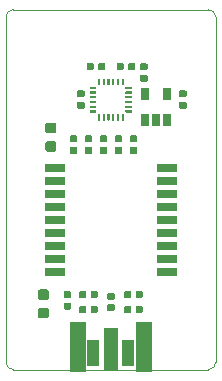
<source format=gbr>
%TF.GenerationSoftware,KiCad,Pcbnew,5.1.5+dfsg1-2~bpo10+1*%
%TF.CreationDate,Date%
%TF.ProjectId,ProMicro_GPS,50726f4d-6963-4726-9f5f-4750532e6b69,v3.1*%
%TF.SameCoordinates,Original*%
%TF.FileFunction,Paste,Top*%
%TF.FilePolarity,Positive*%
%FSLAX45Y45*%
G04 Gerber Fmt 4.5, Leading zero omitted, Abs format (unit mm)*
G04 Created by KiCad*
%MOMM*%
%LPD*%
G04 APERTURE LIST*
%ADD10C,0.100000*%
%ADD11R,0.650000X1.060000*%
%ADD12C,0.150000*%
%ADD13R,1.050000X2.200000*%
%ADD14R,1.000000X1.050000*%
%ADD15R,1.270000X3.600000*%
%ADD16R,1.350000X4.200000*%
%ADD17R,1.800000X0.700000*%
%ADD18R,1.800000X0.800000*%
G04 APERTURE END LIST*
D10*
X127000Y2857500D02*
X127000Y-63500D01*
X-1587500Y-127000D02*
G75*
G02X-1651000Y-63500I0J63500D01*
G01*
X-1651000Y2857500D02*
G75*
G02X-1587500Y2921000I63500J0D01*
G01*
X63500Y2921000D02*
G75*
G02X127000Y2857500I0J-63500D01*
G01*
X127000Y-63500D02*
G75*
G02X63500Y-127000I-63500J0D01*
G01*
X-1587500Y2921000D02*
X63500Y2921000D01*
X-1651000Y-63500D02*
X-1651000Y2857500D01*
X63500Y-127000D02*
X-1587500Y-127000D01*
D11*
X-476000Y2205500D03*
X-286000Y2205500D03*
X-286000Y1985500D03*
X-381000Y1985500D03*
X-476000Y1985500D03*
D12*
G36*
X-463904Y2465529D02*
G01*
X-462472Y2465317D01*
X-461068Y2464965D01*
X-459705Y2464477D01*
X-458397Y2463858D01*
X-457155Y2463114D01*
X-455993Y2462252D01*
X-454920Y2461280D01*
X-453948Y2460207D01*
X-453086Y2459045D01*
X-452342Y2457803D01*
X-451723Y2456495D01*
X-451235Y2455132D01*
X-450883Y2453728D01*
X-450671Y2452296D01*
X-450600Y2450850D01*
X-450600Y2421350D01*
X-450671Y2419904D01*
X-450883Y2418472D01*
X-451235Y2417068D01*
X-451723Y2415705D01*
X-452342Y2414397D01*
X-453086Y2413155D01*
X-453948Y2411993D01*
X-454920Y2410920D01*
X-455993Y2409948D01*
X-457155Y2409086D01*
X-458397Y2408342D01*
X-459705Y2407723D01*
X-461068Y2407235D01*
X-462472Y2406883D01*
X-463904Y2406671D01*
X-465350Y2406600D01*
X-499850Y2406600D01*
X-501296Y2406671D01*
X-502728Y2406883D01*
X-504132Y2407235D01*
X-505495Y2407723D01*
X-506803Y2408342D01*
X-508045Y2409086D01*
X-509207Y2409948D01*
X-510280Y2410920D01*
X-511252Y2411993D01*
X-512114Y2413155D01*
X-512858Y2414397D01*
X-513477Y2415705D01*
X-513965Y2417068D01*
X-514317Y2418472D01*
X-514529Y2419904D01*
X-514600Y2421350D01*
X-514600Y2450850D01*
X-514529Y2452296D01*
X-514317Y2453728D01*
X-513965Y2455132D01*
X-513477Y2456495D01*
X-512858Y2457803D01*
X-512114Y2459045D01*
X-511252Y2460207D01*
X-510280Y2461280D01*
X-509207Y2462252D01*
X-508045Y2463114D01*
X-506803Y2463858D01*
X-505495Y2464477D01*
X-504132Y2464965D01*
X-502728Y2465317D01*
X-501296Y2465529D01*
X-499850Y2465600D01*
X-465350Y2465600D01*
X-463904Y2465529D01*
G37*
G36*
X-463904Y2368529D02*
G01*
X-462472Y2368317D01*
X-461068Y2367965D01*
X-459705Y2367477D01*
X-458397Y2366858D01*
X-457155Y2366114D01*
X-455993Y2365252D01*
X-454920Y2364280D01*
X-453948Y2363207D01*
X-453086Y2362045D01*
X-452342Y2360803D01*
X-451723Y2359495D01*
X-451235Y2358132D01*
X-450883Y2356728D01*
X-450671Y2355296D01*
X-450600Y2353850D01*
X-450600Y2324350D01*
X-450671Y2322904D01*
X-450883Y2321472D01*
X-451235Y2320068D01*
X-451723Y2318705D01*
X-452342Y2317397D01*
X-453086Y2316155D01*
X-453948Y2314993D01*
X-454920Y2313920D01*
X-455993Y2312948D01*
X-457155Y2312086D01*
X-458397Y2311342D01*
X-459705Y2310723D01*
X-461068Y2310235D01*
X-462472Y2309883D01*
X-463904Y2309671D01*
X-465350Y2309600D01*
X-499850Y2309600D01*
X-501296Y2309671D01*
X-502728Y2309883D01*
X-504132Y2310235D01*
X-505495Y2310723D01*
X-506803Y2311342D01*
X-508045Y2312086D01*
X-509207Y2312948D01*
X-510280Y2313920D01*
X-511252Y2314993D01*
X-512114Y2316155D01*
X-512858Y2317397D01*
X-513477Y2318705D01*
X-513965Y2320068D01*
X-514317Y2321472D01*
X-514529Y2322904D01*
X-514600Y2324350D01*
X-514600Y2353850D01*
X-514529Y2355296D01*
X-514317Y2356728D01*
X-513965Y2358132D01*
X-513477Y2359495D01*
X-512858Y2360803D01*
X-512114Y2362045D01*
X-511252Y2363207D01*
X-510280Y2364280D01*
X-509207Y2365252D01*
X-508045Y2366114D01*
X-506803Y2366858D01*
X-505495Y2367477D01*
X-504132Y2367965D01*
X-502728Y2368317D01*
X-501296Y2368529D01*
X-499850Y2368600D01*
X-465350Y2368600D01*
X-463904Y2368529D01*
G37*
G36*
X-133704Y2236929D02*
G01*
X-132272Y2236717D01*
X-130868Y2236365D01*
X-129505Y2235877D01*
X-128197Y2235258D01*
X-126955Y2234514D01*
X-125793Y2233652D01*
X-124720Y2232680D01*
X-123748Y2231607D01*
X-122886Y2230445D01*
X-122142Y2229203D01*
X-121523Y2227895D01*
X-121035Y2226532D01*
X-120683Y2225128D01*
X-120471Y2223696D01*
X-120400Y2222250D01*
X-120400Y2192750D01*
X-120471Y2191304D01*
X-120683Y2189872D01*
X-121035Y2188468D01*
X-121523Y2187105D01*
X-122142Y2185797D01*
X-122886Y2184555D01*
X-123748Y2183393D01*
X-124720Y2182320D01*
X-125793Y2181348D01*
X-126955Y2180486D01*
X-128197Y2179742D01*
X-129505Y2179123D01*
X-130868Y2178635D01*
X-132272Y2178283D01*
X-133704Y2178071D01*
X-135150Y2178000D01*
X-169650Y2178000D01*
X-171096Y2178071D01*
X-172528Y2178283D01*
X-173932Y2178635D01*
X-175295Y2179123D01*
X-176603Y2179742D01*
X-177845Y2180486D01*
X-179007Y2181348D01*
X-180080Y2182320D01*
X-181052Y2183393D01*
X-181914Y2184555D01*
X-182658Y2185797D01*
X-183277Y2187105D01*
X-183765Y2188468D01*
X-184117Y2189872D01*
X-184329Y2191304D01*
X-184400Y2192750D01*
X-184400Y2222250D01*
X-184329Y2223696D01*
X-184117Y2225128D01*
X-183765Y2226532D01*
X-183277Y2227895D01*
X-182658Y2229203D01*
X-181914Y2230445D01*
X-181052Y2231607D01*
X-180080Y2232680D01*
X-179007Y2233652D01*
X-177845Y2234514D01*
X-176603Y2235258D01*
X-175295Y2235877D01*
X-173932Y2236365D01*
X-172528Y2236717D01*
X-171096Y2236929D01*
X-169650Y2237000D01*
X-135150Y2237000D01*
X-133704Y2236929D01*
G37*
G36*
X-133704Y2139929D02*
G01*
X-132272Y2139717D01*
X-130868Y2139365D01*
X-129505Y2138877D01*
X-128197Y2138258D01*
X-126955Y2137514D01*
X-125793Y2136652D01*
X-124720Y2135680D01*
X-123748Y2134607D01*
X-122886Y2133445D01*
X-122142Y2132203D01*
X-121523Y2130895D01*
X-121035Y2129532D01*
X-120683Y2128128D01*
X-120471Y2126696D01*
X-120400Y2125250D01*
X-120400Y2095750D01*
X-120471Y2094304D01*
X-120683Y2092872D01*
X-121035Y2091468D01*
X-121523Y2090105D01*
X-122142Y2088797D01*
X-122886Y2087555D01*
X-123748Y2086393D01*
X-124720Y2085320D01*
X-125793Y2084348D01*
X-126955Y2083486D01*
X-128197Y2082742D01*
X-129505Y2082123D01*
X-130868Y2081635D01*
X-132272Y2081283D01*
X-133704Y2081071D01*
X-135150Y2081000D01*
X-169650Y2081000D01*
X-171096Y2081071D01*
X-172528Y2081283D01*
X-173932Y2081635D01*
X-175295Y2082123D01*
X-176603Y2082742D01*
X-177845Y2083486D01*
X-179007Y2084348D01*
X-180080Y2085320D01*
X-181052Y2086393D01*
X-181914Y2087555D01*
X-182658Y2088797D01*
X-183277Y2090105D01*
X-183765Y2091468D01*
X-184117Y2092872D01*
X-184329Y2094304D01*
X-184400Y2095750D01*
X-184400Y2125250D01*
X-184329Y2126696D01*
X-184117Y2128128D01*
X-183765Y2129532D01*
X-183277Y2130895D01*
X-182658Y2132203D01*
X-181914Y2133445D01*
X-181052Y2134607D01*
X-180080Y2135680D01*
X-179007Y2136652D01*
X-177845Y2137514D01*
X-176603Y2138258D01*
X-175295Y2138877D01*
X-173932Y2139365D01*
X-172528Y2139717D01*
X-171096Y2139929D01*
X-169650Y2140000D01*
X-135150Y2140000D01*
X-133704Y2139929D01*
G37*
G36*
X-806804Y1758929D02*
G01*
X-805372Y1758717D01*
X-803968Y1758365D01*
X-802605Y1757877D01*
X-801297Y1757258D01*
X-800055Y1756514D01*
X-798893Y1755652D01*
X-797820Y1754680D01*
X-796848Y1753607D01*
X-795986Y1752445D01*
X-795242Y1751203D01*
X-794623Y1749895D01*
X-794135Y1748532D01*
X-793783Y1747128D01*
X-793571Y1745696D01*
X-793500Y1744250D01*
X-793500Y1714750D01*
X-793571Y1713304D01*
X-793783Y1711872D01*
X-794135Y1710468D01*
X-794623Y1709105D01*
X-795242Y1707797D01*
X-795986Y1706555D01*
X-796848Y1705393D01*
X-797820Y1704320D01*
X-798893Y1703348D01*
X-800055Y1702486D01*
X-801297Y1701742D01*
X-802605Y1701123D01*
X-803968Y1700635D01*
X-805372Y1700283D01*
X-806804Y1700071D01*
X-808250Y1700000D01*
X-842750Y1700000D01*
X-844196Y1700071D01*
X-845628Y1700283D01*
X-847032Y1700635D01*
X-848395Y1701123D01*
X-849703Y1701742D01*
X-850945Y1702486D01*
X-852107Y1703348D01*
X-853180Y1704320D01*
X-854152Y1705393D01*
X-855014Y1706555D01*
X-855758Y1707797D01*
X-856377Y1709105D01*
X-856865Y1710468D01*
X-857217Y1711872D01*
X-857429Y1713304D01*
X-857500Y1714750D01*
X-857500Y1744250D01*
X-857429Y1745696D01*
X-857217Y1747128D01*
X-856865Y1748532D01*
X-856377Y1749895D01*
X-855758Y1751203D01*
X-855014Y1752445D01*
X-854152Y1753607D01*
X-853180Y1754680D01*
X-852107Y1755652D01*
X-850945Y1756514D01*
X-849703Y1757258D01*
X-848395Y1757877D01*
X-847032Y1758365D01*
X-845628Y1758717D01*
X-844196Y1758929D01*
X-842750Y1759000D01*
X-808250Y1759000D01*
X-806804Y1758929D01*
G37*
G36*
X-806804Y1855929D02*
G01*
X-805372Y1855717D01*
X-803968Y1855365D01*
X-802605Y1854877D01*
X-801297Y1854258D01*
X-800055Y1853514D01*
X-798893Y1852652D01*
X-797820Y1851680D01*
X-796848Y1850607D01*
X-795986Y1849445D01*
X-795242Y1848203D01*
X-794623Y1846895D01*
X-794135Y1845532D01*
X-793783Y1844128D01*
X-793571Y1842696D01*
X-793500Y1841250D01*
X-793500Y1811750D01*
X-793571Y1810304D01*
X-793783Y1808872D01*
X-794135Y1807468D01*
X-794623Y1806105D01*
X-795242Y1804797D01*
X-795986Y1803555D01*
X-796848Y1802393D01*
X-797820Y1801320D01*
X-798893Y1800348D01*
X-800055Y1799486D01*
X-801297Y1798742D01*
X-802605Y1798123D01*
X-803968Y1797635D01*
X-805372Y1797283D01*
X-806804Y1797071D01*
X-808250Y1797000D01*
X-842750Y1797000D01*
X-844196Y1797071D01*
X-845628Y1797283D01*
X-847032Y1797635D01*
X-848395Y1798123D01*
X-849703Y1798742D01*
X-850945Y1799486D01*
X-852107Y1800348D01*
X-853180Y1801320D01*
X-854152Y1802393D01*
X-855014Y1803555D01*
X-855758Y1804797D01*
X-856377Y1806105D01*
X-856865Y1807468D01*
X-857217Y1808872D01*
X-857429Y1810304D01*
X-857500Y1811750D01*
X-857500Y1841250D01*
X-857429Y1842696D01*
X-857217Y1844128D01*
X-856865Y1845532D01*
X-856377Y1846895D01*
X-855758Y1848203D01*
X-855014Y1849445D01*
X-854152Y1850607D01*
X-853180Y1851680D01*
X-852107Y1852652D01*
X-850945Y1853514D01*
X-849703Y1854258D01*
X-848395Y1854877D01*
X-847032Y1855365D01*
X-845628Y1855717D01*
X-844196Y1855929D01*
X-842750Y1856000D01*
X-808250Y1856000D01*
X-806804Y1855929D01*
G37*
G36*
X-933804Y1758929D02*
G01*
X-932372Y1758717D01*
X-930968Y1758365D01*
X-929605Y1757877D01*
X-928297Y1757258D01*
X-927055Y1756514D01*
X-925893Y1755652D01*
X-924820Y1754680D01*
X-923848Y1753607D01*
X-922986Y1752445D01*
X-922242Y1751203D01*
X-921623Y1749895D01*
X-921135Y1748532D01*
X-920783Y1747128D01*
X-920571Y1745696D01*
X-920500Y1744250D01*
X-920500Y1714750D01*
X-920571Y1713304D01*
X-920783Y1711872D01*
X-921135Y1710468D01*
X-921623Y1709105D01*
X-922242Y1707797D01*
X-922986Y1706555D01*
X-923848Y1705393D01*
X-924820Y1704320D01*
X-925893Y1703348D01*
X-927055Y1702486D01*
X-928297Y1701742D01*
X-929605Y1701123D01*
X-930968Y1700635D01*
X-932372Y1700283D01*
X-933804Y1700071D01*
X-935250Y1700000D01*
X-969750Y1700000D01*
X-971196Y1700071D01*
X-972628Y1700283D01*
X-974032Y1700635D01*
X-975395Y1701123D01*
X-976703Y1701742D01*
X-977945Y1702486D01*
X-979107Y1703348D01*
X-980180Y1704320D01*
X-981152Y1705393D01*
X-982014Y1706555D01*
X-982758Y1707797D01*
X-983377Y1709105D01*
X-983865Y1710468D01*
X-984217Y1711872D01*
X-984429Y1713304D01*
X-984500Y1714750D01*
X-984500Y1744250D01*
X-984429Y1745696D01*
X-984217Y1747128D01*
X-983865Y1748532D01*
X-983377Y1749895D01*
X-982758Y1751203D01*
X-982014Y1752445D01*
X-981152Y1753607D01*
X-980180Y1754680D01*
X-979107Y1755652D01*
X-977945Y1756514D01*
X-976703Y1757258D01*
X-975395Y1757877D01*
X-974032Y1758365D01*
X-972628Y1758717D01*
X-971196Y1758929D01*
X-969750Y1759000D01*
X-935250Y1759000D01*
X-933804Y1758929D01*
G37*
G36*
X-933804Y1855929D02*
G01*
X-932372Y1855717D01*
X-930968Y1855365D01*
X-929605Y1854877D01*
X-928297Y1854258D01*
X-927055Y1853514D01*
X-925893Y1852652D01*
X-924820Y1851680D01*
X-923848Y1850607D01*
X-922986Y1849445D01*
X-922242Y1848203D01*
X-921623Y1846895D01*
X-921135Y1845532D01*
X-920783Y1844128D01*
X-920571Y1842696D01*
X-920500Y1841250D01*
X-920500Y1811750D01*
X-920571Y1810304D01*
X-920783Y1808872D01*
X-921135Y1807468D01*
X-921623Y1806105D01*
X-922242Y1804797D01*
X-922986Y1803555D01*
X-923848Y1802393D01*
X-924820Y1801320D01*
X-925893Y1800348D01*
X-927055Y1799486D01*
X-928297Y1798742D01*
X-929605Y1798123D01*
X-930968Y1797635D01*
X-932372Y1797283D01*
X-933804Y1797071D01*
X-935250Y1797000D01*
X-969750Y1797000D01*
X-971196Y1797071D01*
X-972628Y1797283D01*
X-974032Y1797635D01*
X-975395Y1798123D01*
X-976703Y1798742D01*
X-977945Y1799486D01*
X-979107Y1800348D01*
X-980180Y1801320D01*
X-981152Y1802393D01*
X-982014Y1803555D01*
X-982758Y1804797D01*
X-983377Y1806105D01*
X-983865Y1807468D01*
X-984217Y1808872D01*
X-984429Y1810304D01*
X-984500Y1811750D01*
X-984500Y1841250D01*
X-984429Y1842696D01*
X-984217Y1844128D01*
X-983865Y1845532D01*
X-983377Y1846895D01*
X-982758Y1848203D01*
X-982014Y1849445D01*
X-981152Y1850607D01*
X-980180Y1851680D01*
X-979107Y1852652D01*
X-977945Y1853514D01*
X-976703Y1854258D01*
X-975395Y1854877D01*
X-974032Y1855365D01*
X-972628Y1855717D01*
X-971196Y1855929D01*
X-969750Y1856000D01*
X-935250Y1856000D01*
X-933804Y1855929D01*
G37*
G36*
X-552804Y1855929D02*
G01*
X-551372Y1855717D01*
X-549968Y1855365D01*
X-548605Y1854877D01*
X-547297Y1854258D01*
X-546055Y1853514D01*
X-544893Y1852652D01*
X-543820Y1851680D01*
X-542848Y1850607D01*
X-541986Y1849445D01*
X-541242Y1848203D01*
X-540623Y1846895D01*
X-540135Y1845532D01*
X-539783Y1844128D01*
X-539571Y1842696D01*
X-539500Y1841250D01*
X-539500Y1811750D01*
X-539571Y1810304D01*
X-539783Y1808872D01*
X-540135Y1807468D01*
X-540623Y1806105D01*
X-541242Y1804797D01*
X-541986Y1803555D01*
X-542848Y1802393D01*
X-543820Y1801320D01*
X-544893Y1800348D01*
X-546055Y1799486D01*
X-547297Y1798742D01*
X-548605Y1798123D01*
X-549968Y1797635D01*
X-551372Y1797283D01*
X-552804Y1797071D01*
X-554250Y1797000D01*
X-588750Y1797000D01*
X-590196Y1797071D01*
X-591628Y1797283D01*
X-593032Y1797635D01*
X-594395Y1798123D01*
X-595703Y1798742D01*
X-596945Y1799486D01*
X-598107Y1800348D01*
X-599180Y1801320D01*
X-600152Y1802393D01*
X-601014Y1803555D01*
X-601758Y1804797D01*
X-602377Y1806105D01*
X-602865Y1807468D01*
X-603217Y1808872D01*
X-603429Y1810304D01*
X-603500Y1811750D01*
X-603500Y1841250D01*
X-603429Y1842696D01*
X-603217Y1844128D01*
X-602865Y1845532D01*
X-602377Y1846895D01*
X-601758Y1848203D01*
X-601014Y1849445D01*
X-600152Y1850607D01*
X-599180Y1851680D01*
X-598107Y1852652D01*
X-596945Y1853514D01*
X-595703Y1854258D01*
X-594395Y1854877D01*
X-593032Y1855365D01*
X-591628Y1855717D01*
X-590196Y1855929D01*
X-588750Y1856000D01*
X-554250Y1856000D01*
X-552804Y1855929D01*
G37*
G36*
X-552804Y1758929D02*
G01*
X-551372Y1758717D01*
X-549968Y1758365D01*
X-548605Y1757877D01*
X-547297Y1757258D01*
X-546055Y1756514D01*
X-544893Y1755652D01*
X-543820Y1754680D01*
X-542848Y1753607D01*
X-541986Y1752445D01*
X-541242Y1751203D01*
X-540623Y1749895D01*
X-540135Y1748532D01*
X-539783Y1747128D01*
X-539571Y1745696D01*
X-539500Y1744250D01*
X-539500Y1714750D01*
X-539571Y1713304D01*
X-539783Y1711872D01*
X-540135Y1710468D01*
X-540623Y1709105D01*
X-541242Y1707797D01*
X-541986Y1706555D01*
X-542848Y1705393D01*
X-543820Y1704320D01*
X-544893Y1703348D01*
X-546055Y1702486D01*
X-547297Y1701742D01*
X-548605Y1701123D01*
X-549968Y1700635D01*
X-551372Y1700283D01*
X-552804Y1700071D01*
X-554250Y1700000D01*
X-588750Y1700000D01*
X-590196Y1700071D01*
X-591628Y1700283D01*
X-593032Y1700635D01*
X-594395Y1701123D01*
X-595703Y1701742D01*
X-596945Y1702486D01*
X-598107Y1703348D01*
X-599180Y1704320D01*
X-600152Y1705393D01*
X-601014Y1706555D01*
X-601758Y1707797D01*
X-602377Y1709105D01*
X-602865Y1710468D01*
X-603217Y1711872D01*
X-603429Y1713304D01*
X-603500Y1714750D01*
X-603500Y1744250D01*
X-603429Y1745696D01*
X-603217Y1747128D01*
X-602865Y1748532D01*
X-602377Y1749895D01*
X-601758Y1751203D01*
X-601014Y1752445D01*
X-600152Y1753607D01*
X-599180Y1754680D01*
X-598107Y1755652D01*
X-596945Y1756514D01*
X-595703Y1757258D01*
X-594395Y1757877D01*
X-593032Y1758365D01*
X-591628Y1758717D01*
X-590196Y1758929D01*
X-588750Y1759000D01*
X-554250Y1759000D01*
X-552804Y1758929D01*
G37*
G36*
X-997304Y2139929D02*
G01*
X-995872Y2139717D01*
X-994468Y2139365D01*
X-993105Y2138877D01*
X-991797Y2138258D01*
X-990555Y2137514D01*
X-989393Y2136652D01*
X-988320Y2135680D01*
X-987348Y2134607D01*
X-986486Y2133445D01*
X-985742Y2132203D01*
X-985123Y2130895D01*
X-984635Y2129532D01*
X-984283Y2128128D01*
X-984071Y2126696D01*
X-984000Y2125250D01*
X-984000Y2095750D01*
X-984071Y2094304D01*
X-984283Y2092872D01*
X-984635Y2091468D01*
X-985123Y2090105D01*
X-985742Y2088797D01*
X-986486Y2087555D01*
X-987348Y2086393D01*
X-988320Y2085320D01*
X-989393Y2084348D01*
X-990555Y2083486D01*
X-991797Y2082742D01*
X-993105Y2082123D01*
X-994468Y2081635D01*
X-995872Y2081283D01*
X-997304Y2081071D01*
X-998750Y2081000D01*
X-1033250Y2081000D01*
X-1034696Y2081071D01*
X-1036128Y2081283D01*
X-1037532Y2081635D01*
X-1038895Y2082123D01*
X-1040203Y2082742D01*
X-1041445Y2083486D01*
X-1042607Y2084348D01*
X-1043680Y2085320D01*
X-1044652Y2086393D01*
X-1045514Y2087555D01*
X-1046258Y2088797D01*
X-1046877Y2090105D01*
X-1047365Y2091468D01*
X-1047717Y2092872D01*
X-1047929Y2094304D01*
X-1048000Y2095750D01*
X-1048000Y2125250D01*
X-1047929Y2126696D01*
X-1047717Y2128128D01*
X-1047365Y2129532D01*
X-1046877Y2130895D01*
X-1046258Y2132203D01*
X-1045514Y2133445D01*
X-1044652Y2134607D01*
X-1043680Y2135680D01*
X-1042607Y2136652D01*
X-1041445Y2137514D01*
X-1040203Y2138258D01*
X-1038895Y2138877D01*
X-1037532Y2139365D01*
X-1036128Y2139717D01*
X-1034696Y2139929D01*
X-1033250Y2140000D01*
X-998750Y2140000D01*
X-997304Y2139929D01*
G37*
G36*
X-997304Y2236929D02*
G01*
X-995872Y2236717D01*
X-994468Y2236365D01*
X-993105Y2235877D01*
X-991797Y2235258D01*
X-990555Y2234514D01*
X-989393Y2233652D01*
X-988320Y2232680D01*
X-987348Y2231607D01*
X-986486Y2230445D01*
X-985742Y2229203D01*
X-985123Y2227895D01*
X-984635Y2226532D01*
X-984283Y2225128D01*
X-984071Y2223696D01*
X-984000Y2222250D01*
X-984000Y2192750D01*
X-984071Y2191304D01*
X-984283Y2189872D01*
X-984635Y2188468D01*
X-985123Y2187105D01*
X-985742Y2185797D01*
X-986486Y2184555D01*
X-987348Y2183393D01*
X-988320Y2182320D01*
X-989393Y2181348D01*
X-990555Y2180486D01*
X-991797Y2179742D01*
X-993105Y2179123D01*
X-994468Y2178635D01*
X-995872Y2178283D01*
X-997304Y2178071D01*
X-998750Y2178000D01*
X-1033250Y2178000D01*
X-1034696Y2178071D01*
X-1036128Y2178283D01*
X-1037532Y2178635D01*
X-1038895Y2179123D01*
X-1040203Y2179742D01*
X-1041445Y2180486D01*
X-1042607Y2181348D01*
X-1043680Y2182320D01*
X-1044652Y2183393D01*
X-1045514Y2184555D01*
X-1046258Y2185797D01*
X-1046877Y2187105D01*
X-1047365Y2188468D01*
X-1047717Y2189872D01*
X-1047929Y2191304D01*
X-1048000Y2192750D01*
X-1048000Y2222250D01*
X-1047929Y2223696D01*
X-1047717Y2225128D01*
X-1047365Y2226532D01*
X-1046877Y2227895D01*
X-1046258Y2229203D01*
X-1045514Y2230445D01*
X-1044652Y2231607D01*
X-1043680Y2232680D01*
X-1042607Y2233652D01*
X-1041445Y2234514D01*
X-1040203Y2235258D01*
X-1038895Y2235877D01*
X-1037532Y2236365D01*
X-1036128Y2236717D01*
X-1034696Y2236929D01*
X-1033250Y2237000D01*
X-998750Y2237000D01*
X-997304Y2236929D01*
G37*
G36*
X-1111604Y440429D02*
G01*
X-1110172Y440217D01*
X-1108768Y439865D01*
X-1107405Y439377D01*
X-1106097Y438758D01*
X-1104855Y438014D01*
X-1103693Y437152D01*
X-1102620Y436180D01*
X-1101648Y435107D01*
X-1100786Y433945D01*
X-1100042Y432703D01*
X-1099423Y431395D01*
X-1098935Y430032D01*
X-1098583Y428628D01*
X-1098371Y427196D01*
X-1098300Y425750D01*
X-1098300Y396250D01*
X-1098371Y394804D01*
X-1098583Y393372D01*
X-1098935Y391968D01*
X-1099423Y390605D01*
X-1100042Y389297D01*
X-1100786Y388055D01*
X-1101648Y386893D01*
X-1102620Y385820D01*
X-1103693Y384848D01*
X-1104855Y383986D01*
X-1106097Y383242D01*
X-1107405Y382623D01*
X-1108768Y382135D01*
X-1110172Y381783D01*
X-1111604Y381571D01*
X-1113050Y381500D01*
X-1147550Y381500D01*
X-1148996Y381571D01*
X-1150428Y381783D01*
X-1151832Y382135D01*
X-1153195Y382623D01*
X-1154503Y383242D01*
X-1155745Y383986D01*
X-1156907Y384848D01*
X-1157980Y385820D01*
X-1158952Y386893D01*
X-1159814Y388055D01*
X-1160558Y389297D01*
X-1161177Y390605D01*
X-1161665Y391968D01*
X-1162017Y393372D01*
X-1162229Y394804D01*
X-1162300Y396250D01*
X-1162300Y425750D01*
X-1162229Y427196D01*
X-1162017Y428628D01*
X-1161665Y430032D01*
X-1161177Y431395D01*
X-1160558Y432703D01*
X-1159814Y433945D01*
X-1158952Y435107D01*
X-1157980Y436180D01*
X-1156907Y437152D01*
X-1155745Y438014D01*
X-1154503Y438758D01*
X-1153195Y439377D01*
X-1151832Y439865D01*
X-1150428Y440217D01*
X-1148996Y440429D01*
X-1147550Y440500D01*
X-1113050Y440500D01*
X-1111604Y440429D01*
G37*
G36*
X-1111604Y537429D02*
G01*
X-1110172Y537217D01*
X-1108768Y536865D01*
X-1107405Y536377D01*
X-1106097Y535758D01*
X-1104855Y535014D01*
X-1103693Y534152D01*
X-1102620Y533180D01*
X-1101648Y532107D01*
X-1100786Y530945D01*
X-1100042Y529703D01*
X-1099423Y528395D01*
X-1098935Y527032D01*
X-1098583Y525628D01*
X-1098371Y524196D01*
X-1098300Y522750D01*
X-1098300Y493250D01*
X-1098371Y491804D01*
X-1098583Y490372D01*
X-1098935Y488968D01*
X-1099423Y487605D01*
X-1100042Y486297D01*
X-1100786Y485055D01*
X-1101648Y483893D01*
X-1102620Y482820D01*
X-1103693Y481848D01*
X-1104855Y480986D01*
X-1106097Y480242D01*
X-1107405Y479623D01*
X-1108768Y479135D01*
X-1110172Y478783D01*
X-1111604Y478571D01*
X-1113050Y478500D01*
X-1147550Y478500D01*
X-1148996Y478571D01*
X-1150428Y478783D01*
X-1151832Y479135D01*
X-1153195Y479623D01*
X-1154503Y480242D01*
X-1155745Y480986D01*
X-1156907Y481848D01*
X-1157980Y482820D01*
X-1158952Y483893D01*
X-1159814Y485055D01*
X-1160558Y486297D01*
X-1161177Y487605D01*
X-1161665Y488968D01*
X-1162017Y490372D01*
X-1162229Y491804D01*
X-1162300Y493250D01*
X-1162300Y522750D01*
X-1162229Y524196D01*
X-1162017Y525628D01*
X-1161665Y527032D01*
X-1161177Y528395D01*
X-1160558Y529703D01*
X-1159814Y530945D01*
X-1158952Y532107D01*
X-1157980Y533180D01*
X-1156907Y534152D01*
X-1155745Y535014D01*
X-1154503Y535758D01*
X-1153195Y536377D01*
X-1151832Y536865D01*
X-1150428Y537217D01*
X-1148996Y537429D01*
X-1147550Y537500D01*
X-1113050Y537500D01*
X-1111604Y537429D01*
G37*
G36*
X-679804Y1855929D02*
G01*
X-678372Y1855717D01*
X-676968Y1855365D01*
X-675605Y1854877D01*
X-674297Y1854258D01*
X-673055Y1853514D01*
X-671893Y1852652D01*
X-670820Y1851680D01*
X-669848Y1850607D01*
X-668986Y1849445D01*
X-668242Y1848203D01*
X-667623Y1846895D01*
X-667135Y1845532D01*
X-666783Y1844128D01*
X-666571Y1842696D01*
X-666500Y1841250D01*
X-666500Y1811750D01*
X-666571Y1810304D01*
X-666783Y1808872D01*
X-667135Y1807468D01*
X-667623Y1806105D01*
X-668242Y1804797D01*
X-668986Y1803555D01*
X-669848Y1802393D01*
X-670820Y1801320D01*
X-671893Y1800348D01*
X-673055Y1799486D01*
X-674297Y1798742D01*
X-675605Y1798123D01*
X-676968Y1797635D01*
X-678372Y1797283D01*
X-679804Y1797071D01*
X-681250Y1797000D01*
X-715750Y1797000D01*
X-717196Y1797071D01*
X-718628Y1797283D01*
X-720032Y1797635D01*
X-721395Y1798123D01*
X-722703Y1798742D01*
X-723945Y1799486D01*
X-725107Y1800348D01*
X-726180Y1801320D01*
X-727152Y1802393D01*
X-728014Y1803555D01*
X-728758Y1804797D01*
X-729377Y1806105D01*
X-729865Y1807468D01*
X-730217Y1808872D01*
X-730429Y1810304D01*
X-730500Y1811750D01*
X-730500Y1841250D01*
X-730429Y1842696D01*
X-730217Y1844128D01*
X-729865Y1845532D01*
X-729377Y1846895D01*
X-728758Y1848203D01*
X-728014Y1849445D01*
X-727152Y1850607D01*
X-726180Y1851680D01*
X-725107Y1852652D01*
X-723945Y1853514D01*
X-722703Y1854258D01*
X-721395Y1854877D01*
X-720032Y1855365D01*
X-718628Y1855717D01*
X-717196Y1855929D01*
X-715750Y1856000D01*
X-681250Y1856000D01*
X-679804Y1855929D01*
G37*
G36*
X-679804Y1758929D02*
G01*
X-678372Y1758717D01*
X-676968Y1758365D01*
X-675605Y1757877D01*
X-674297Y1757258D01*
X-673055Y1756514D01*
X-671893Y1755652D01*
X-670820Y1754680D01*
X-669848Y1753607D01*
X-668986Y1752445D01*
X-668242Y1751203D01*
X-667623Y1749895D01*
X-667135Y1748532D01*
X-666783Y1747128D01*
X-666571Y1745696D01*
X-666500Y1744250D01*
X-666500Y1714750D01*
X-666571Y1713304D01*
X-666783Y1711872D01*
X-667135Y1710468D01*
X-667623Y1709105D01*
X-668242Y1707797D01*
X-668986Y1706555D01*
X-669848Y1705393D01*
X-670820Y1704320D01*
X-671893Y1703348D01*
X-673055Y1702486D01*
X-674297Y1701742D01*
X-675605Y1701123D01*
X-676968Y1700635D01*
X-678372Y1700283D01*
X-679804Y1700071D01*
X-681250Y1700000D01*
X-715750Y1700000D01*
X-717196Y1700071D01*
X-718628Y1700283D01*
X-720032Y1700635D01*
X-721395Y1701123D01*
X-722703Y1701742D01*
X-723945Y1702486D01*
X-725107Y1703348D01*
X-726180Y1704320D01*
X-727152Y1705393D01*
X-728014Y1706555D01*
X-728758Y1707797D01*
X-729377Y1709105D01*
X-729865Y1710468D01*
X-730217Y1711872D01*
X-730429Y1713304D01*
X-730500Y1714750D01*
X-730500Y1744250D01*
X-730429Y1745696D01*
X-730217Y1747128D01*
X-729865Y1748532D01*
X-729377Y1749895D01*
X-728758Y1751203D01*
X-728014Y1752445D01*
X-727152Y1753607D01*
X-726180Y1754680D01*
X-725107Y1755652D01*
X-723945Y1756514D01*
X-722703Y1757258D01*
X-721395Y1757877D01*
X-720032Y1758365D01*
X-718628Y1758717D01*
X-717196Y1758929D01*
X-715750Y1759000D01*
X-681250Y1759000D01*
X-679804Y1758929D01*
G37*
G36*
X-570304Y2470329D02*
G01*
X-568872Y2470117D01*
X-567468Y2469765D01*
X-566105Y2469277D01*
X-564797Y2468658D01*
X-563555Y2467914D01*
X-562393Y2467052D01*
X-561320Y2466080D01*
X-560348Y2465007D01*
X-559486Y2463845D01*
X-558742Y2462603D01*
X-558123Y2461295D01*
X-557635Y2459932D01*
X-557283Y2458528D01*
X-557071Y2457096D01*
X-557000Y2455650D01*
X-557000Y2421150D01*
X-557071Y2419704D01*
X-557283Y2418272D01*
X-557635Y2416868D01*
X-558123Y2415505D01*
X-558742Y2414197D01*
X-559486Y2412955D01*
X-560348Y2411793D01*
X-561320Y2410720D01*
X-562393Y2409748D01*
X-563555Y2408886D01*
X-564797Y2408142D01*
X-566105Y2407523D01*
X-567468Y2407035D01*
X-568872Y2406683D01*
X-570304Y2406471D01*
X-571750Y2406400D01*
X-601250Y2406400D01*
X-602696Y2406471D01*
X-604128Y2406683D01*
X-605532Y2407035D01*
X-606895Y2407523D01*
X-608203Y2408142D01*
X-609445Y2408886D01*
X-610607Y2409748D01*
X-611680Y2410720D01*
X-612652Y2411793D01*
X-613514Y2412955D01*
X-614258Y2414197D01*
X-614877Y2415505D01*
X-615365Y2416868D01*
X-615717Y2418272D01*
X-615929Y2419704D01*
X-616000Y2421150D01*
X-616000Y2455650D01*
X-615929Y2457096D01*
X-615717Y2458528D01*
X-615365Y2459932D01*
X-614877Y2461295D01*
X-614258Y2462603D01*
X-613514Y2463845D01*
X-612652Y2465007D01*
X-611680Y2466080D01*
X-610607Y2467052D01*
X-609445Y2467914D01*
X-608203Y2468658D01*
X-606895Y2469277D01*
X-605532Y2469765D01*
X-604128Y2470117D01*
X-602696Y2470329D01*
X-601250Y2470400D01*
X-571750Y2470400D01*
X-570304Y2470329D01*
G37*
G36*
X-667304Y2470329D02*
G01*
X-665872Y2470117D01*
X-664468Y2469765D01*
X-663105Y2469277D01*
X-661797Y2468658D01*
X-660555Y2467914D01*
X-659393Y2467052D01*
X-658320Y2466080D01*
X-657348Y2465007D01*
X-656486Y2463845D01*
X-655742Y2462603D01*
X-655123Y2461295D01*
X-654635Y2459932D01*
X-654283Y2458528D01*
X-654071Y2457096D01*
X-654000Y2455650D01*
X-654000Y2421150D01*
X-654071Y2419704D01*
X-654283Y2418272D01*
X-654635Y2416868D01*
X-655123Y2415505D01*
X-655742Y2414197D01*
X-656486Y2412955D01*
X-657348Y2411793D01*
X-658320Y2410720D01*
X-659393Y2409748D01*
X-660555Y2408886D01*
X-661797Y2408142D01*
X-663105Y2407523D01*
X-664468Y2407035D01*
X-665872Y2406683D01*
X-667304Y2406471D01*
X-668750Y2406400D01*
X-698250Y2406400D01*
X-699696Y2406471D01*
X-701128Y2406683D01*
X-702532Y2407035D01*
X-703895Y2407523D01*
X-705203Y2408142D01*
X-706445Y2408886D01*
X-707607Y2409748D01*
X-708680Y2410720D01*
X-709652Y2411793D01*
X-710514Y2412955D01*
X-711258Y2414197D01*
X-711877Y2415505D01*
X-712365Y2416868D01*
X-712717Y2418272D01*
X-712929Y2419704D01*
X-713000Y2421150D01*
X-713000Y2455650D01*
X-712929Y2457096D01*
X-712717Y2458528D01*
X-712365Y2459932D01*
X-711877Y2461295D01*
X-711258Y2462603D01*
X-710514Y2463845D01*
X-709652Y2465007D01*
X-708680Y2466080D01*
X-707607Y2467052D01*
X-706445Y2467914D01*
X-705203Y2468658D01*
X-703895Y2469277D01*
X-702532Y2469765D01*
X-701128Y2470117D01*
X-699696Y2470329D01*
X-698250Y2470400D01*
X-668750Y2470400D01*
X-667304Y2470329D01*
G37*
G36*
X-921304Y2470329D02*
G01*
X-919872Y2470117D01*
X-918468Y2469765D01*
X-917105Y2469277D01*
X-915797Y2468658D01*
X-914555Y2467914D01*
X-913393Y2467052D01*
X-912320Y2466080D01*
X-911348Y2465007D01*
X-910486Y2463845D01*
X-909742Y2462603D01*
X-909123Y2461295D01*
X-908635Y2459932D01*
X-908283Y2458528D01*
X-908071Y2457096D01*
X-908000Y2455650D01*
X-908000Y2421150D01*
X-908071Y2419704D01*
X-908283Y2418272D01*
X-908635Y2416868D01*
X-909123Y2415505D01*
X-909742Y2414197D01*
X-910486Y2412955D01*
X-911348Y2411793D01*
X-912320Y2410720D01*
X-913393Y2409748D01*
X-914555Y2408886D01*
X-915797Y2408142D01*
X-917105Y2407523D01*
X-918468Y2407035D01*
X-919872Y2406683D01*
X-921304Y2406471D01*
X-922750Y2406400D01*
X-952250Y2406400D01*
X-953696Y2406471D01*
X-955128Y2406683D01*
X-956532Y2407035D01*
X-957895Y2407523D01*
X-959203Y2408142D01*
X-960445Y2408886D01*
X-961607Y2409748D01*
X-962680Y2410720D01*
X-963652Y2411793D01*
X-964514Y2412955D01*
X-965258Y2414197D01*
X-965877Y2415505D01*
X-966365Y2416868D01*
X-966717Y2418272D01*
X-966929Y2419704D01*
X-967000Y2421150D01*
X-967000Y2455650D01*
X-966929Y2457096D01*
X-966717Y2458528D01*
X-966365Y2459932D01*
X-965877Y2461295D01*
X-965258Y2462603D01*
X-964514Y2463845D01*
X-963652Y2465007D01*
X-962680Y2466080D01*
X-961607Y2467052D01*
X-960445Y2467914D01*
X-959203Y2468658D01*
X-957895Y2469277D01*
X-956532Y2469765D01*
X-955128Y2470117D01*
X-953696Y2470329D01*
X-952250Y2470400D01*
X-922750Y2470400D01*
X-921304Y2470329D01*
G37*
G36*
X-824304Y2470329D02*
G01*
X-822872Y2470117D01*
X-821468Y2469765D01*
X-820105Y2469277D01*
X-818797Y2468658D01*
X-817555Y2467914D01*
X-816393Y2467052D01*
X-815320Y2466080D01*
X-814348Y2465007D01*
X-813486Y2463845D01*
X-812742Y2462603D01*
X-812123Y2461295D01*
X-811635Y2459932D01*
X-811283Y2458528D01*
X-811071Y2457096D01*
X-811000Y2455650D01*
X-811000Y2421150D01*
X-811071Y2419704D01*
X-811283Y2418272D01*
X-811635Y2416868D01*
X-812123Y2415505D01*
X-812742Y2414197D01*
X-813486Y2412955D01*
X-814348Y2411793D01*
X-815320Y2410720D01*
X-816393Y2409748D01*
X-817555Y2408886D01*
X-818797Y2408142D01*
X-820105Y2407523D01*
X-821468Y2407035D01*
X-822872Y2406683D01*
X-824304Y2406471D01*
X-825750Y2406400D01*
X-855250Y2406400D01*
X-856696Y2406471D01*
X-858128Y2406683D01*
X-859532Y2407035D01*
X-860895Y2407523D01*
X-862203Y2408142D01*
X-863445Y2408886D01*
X-864607Y2409748D01*
X-865680Y2410720D01*
X-866652Y2411793D01*
X-867514Y2412955D01*
X-868258Y2414197D01*
X-868877Y2415505D01*
X-869365Y2416868D01*
X-869717Y2418272D01*
X-869929Y2419704D01*
X-870000Y2421150D01*
X-870000Y2455650D01*
X-869929Y2457096D01*
X-869717Y2458528D01*
X-869365Y2459932D01*
X-868877Y2461295D01*
X-868258Y2462603D01*
X-867514Y2463845D01*
X-866652Y2465007D01*
X-865680Y2466080D01*
X-864607Y2467052D01*
X-863445Y2467914D01*
X-862203Y2468658D01*
X-860895Y2469277D01*
X-859532Y2469765D01*
X-858128Y2470117D01*
X-856696Y2470329D01*
X-855250Y2470400D01*
X-825750Y2470400D01*
X-824304Y2470329D01*
G37*
G36*
X-656510Y2036476D02*
G01*
X-656025Y2036404D01*
X-655549Y2036285D01*
X-655087Y2036119D01*
X-654643Y2035910D01*
X-654222Y2035657D01*
X-653828Y2035365D01*
X-653465Y2035035D01*
X-653135Y2034672D01*
X-652843Y2034278D01*
X-652590Y2033857D01*
X-652381Y2033413D01*
X-652215Y2032951D01*
X-652096Y2032475D01*
X-652024Y2031990D01*
X-652000Y2031500D01*
X-652000Y1986500D01*
X-652024Y1986010D01*
X-652096Y1985524D01*
X-652215Y1985049D01*
X-652381Y1984587D01*
X-652590Y1984143D01*
X-652843Y1983722D01*
X-653135Y1983328D01*
X-653465Y1982964D01*
X-653828Y1982635D01*
X-654222Y1982343D01*
X-654643Y1982090D01*
X-655087Y1981881D01*
X-655549Y1981715D01*
X-656025Y1981596D01*
X-656510Y1981524D01*
X-657000Y1981500D01*
X-667000Y1981500D01*
X-667490Y1981524D01*
X-667976Y1981596D01*
X-668451Y1981715D01*
X-668913Y1981881D01*
X-669357Y1982090D01*
X-669778Y1982343D01*
X-670172Y1982635D01*
X-670536Y1982964D01*
X-670865Y1983328D01*
X-671157Y1983722D01*
X-671410Y1984143D01*
X-671619Y1984587D01*
X-671785Y1985049D01*
X-671904Y1985524D01*
X-671976Y1986010D01*
X-672000Y1986500D01*
X-672000Y2031500D01*
X-671976Y2031990D01*
X-671904Y2032475D01*
X-671785Y2032951D01*
X-671619Y2033413D01*
X-671410Y2033857D01*
X-671157Y2034278D01*
X-670865Y2034672D01*
X-670536Y2035035D01*
X-670172Y2035365D01*
X-669778Y2035657D01*
X-669357Y2035910D01*
X-668913Y2036119D01*
X-668451Y2036285D01*
X-667976Y2036404D01*
X-667490Y2036476D01*
X-667000Y2036500D01*
X-657000Y2036500D01*
X-656510Y2036476D01*
G37*
G36*
X-696510Y2036476D02*
G01*
X-696025Y2036404D01*
X-695549Y2036285D01*
X-695087Y2036119D01*
X-694643Y2035910D01*
X-694222Y2035657D01*
X-693828Y2035365D01*
X-693465Y2035035D01*
X-693135Y2034672D01*
X-692843Y2034278D01*
X-692590Y2033857D01*
X-692381Y2033413D01*
X-692215Y2032951D01*
X-692096Y2032475D01*
X-692024Y2031990D01*
X-692000Y2031500D01*
X-692000Y1986500D01*
X-692024Y1986010D01*
X-692096Y1985524D01*
X-692215Y1985049D01*
X-692381Y1984587D01*
X-692590Y1984143D01*
X-692843Y1983722D01*
X-693135Y1983328D01*
X-693465Y1982964D01*
X-693828Y1982635D01*
X-694222Y1982343D01*
X-694643Y1982090D01*
X-695087Y1981881D01*
X-695549Y1981715D01*
X-696025Y1981596D01*
X-696510Y1981524D01*
X-697000Y1981500D01*
X-707000Y1981500D01*
X-707490Y1981524D01*
X-707975Y1981596D01*
X-708451Y1981715D01*
X-708913Y1981881D01*
X-709357Y1982090D01*
X-709778Y1982343D01*
X-710172Y1982635D01*
X-710535Y1982964D01*
X-710865Y1983328D01*
X-711157Y1983722D01*
X-711410Y1984143D01*
X-711619Y1984587D01*
X-711785Y1985049D01*
X-711904Y1985524D01*
X-711976Y1986010D01*
X-712000Y1986500D01*
X-712000Y2031500D01*
X-711976Y2031990D01*
X-711904Y2032475D01*
X-711785Y2032951D01*
X-711619Y2033413D01*
X-711410Y2033857D01*
X-711157Y2034278D01*
X-710865Y2034672D01*
X-710535Y2035035D01*
X-710172Y2035365D01*
X-709778Y2035657D01*
X-709357Y2035910D01*
X-708913Y2036119D01*
X-708451Y2036285D01*
X-707975Y2036404D01*
X-707490Y2036476D01*
X-707000Y2036500D01*
X-697000Y2036500D01*
X-696510Y2036476D01*
G37*
G36*
X-736510Y2036476D02*
G01*
X-736024Y2036404D01*
X-735549Y2036285D01*
X-735087Y2036119D01*
X-734643Y2035910D01*
X-734222Y2035657D01*
X-733828Y2035365D01*
X-733464Y2035035D01*
X-733135Y2034672D01*
X-732843Y2034278D01*
X-732590Y2033857D01*
X-732381Y2033413D01*
X-732215Y2032951D01*
X-732096Y2032475D01*
X-732024Y2031990D01*
X-732000Y2031500D01*
X-732000Y1986500D01*
X-732024Y1986010D01*
X-732096Y1985524D01*
X-732215Y1985049D01*
X-732381Y1984587D01*
X-732590Y1984143D01*
X-732843Y1983722D01*
X-733135Y1983328D01*
X-733464Y1982964D01*
X-733828Y1982635D01*
X-734222Y1982343D01*
X-734643Y1982090D01*
X-735087Y1981881D01*
X-735549Y1981715D01*
X-736024Y1981596D01*
X-736510Y1981524D01*
X-737000Y1981500D01*
X-747000Y1981500D01*
X-747490Y1981524D01*
X-747975Y1981596D01*
X-748451Y1981715D01*
X-748913Y1981881D01*
X-749357Y1982090D01*
X-749778Y1982343D01*
X-750172Y1982635D01*
X-750535Y1982964D01*
X-750865Y1983328D01*
X-751157Y1983722D01*
X-751410Y1984143D01*
X-751619Y1984587D01*
X-751785Y1985049D01*
X-751904Y1985524D01*
X-751976Y1986010D01*
X-752000Y1986500D01*
X-752000Y2031500D01*
X-751976Y2031990D01*
X-751904Y2032475D01*
X-751785Y2032951D01*
X-751619Y2033413D01*
X-751410Y2033857D01*
X-751157Y2034278D01*
X-750865Y2034672D01*
X-750535Y2035035D01*
X-750172Y2035365D01*
X-749778Y2035657D01*
X-749357Y2035910D01*
X-748913Y2036119D01*
X-748451Y2036285D01*
X-747975Y2036404D01*
X-747490Y2036476D01*
X-747000Y2036500D01*
X-737000Y2036500D01*
X-736510Y2036476D01*
G37*
G36*
X-776510Y2036476D02*
G01*
X-776024Y2036404D01*
X-775549Y2036285D01*
X-775087Y2036119D01*
X-774643Y2035910D01*
X-774222Y2035657D01*
X-773828Y2035365D01*
X-773464Y2035035D01*
X-773135Y2034672D01*
X-772843Y2034278D01*
X-772590Y2033857D01*
X-772381Y2033413D01*
X-772215Y2032951D01*
X-772096Y2032475D01*
X-772024Y2031990D01*
X-772000Y2031500D01*
X-772000Y1986500D01*
X-772024Y1986010D01*
X-772096Y1985524D01*
X-772215Y1985049D01*
X-772381Y1984587D01*
X-772590Y1984143D01*
X-772843Y1983722D01*
X-773135Y1983328D01*
X-773464Y1982964D01*
X-773828Y1982635D01*
X-774222Y1982343D01*
X-774643Y1982090D01*
X-775087Y1981881D01*
X-775549Y1981715D01*
X-776024Y1981596D01*
X-776510Y1981524D01*
X-777000Y1981500D01*
X-787000Y1981500D01*
X-787490Y1981524D01*
X-787975Y1981596D01*
X-788451Y1981715D01*
X-788913Y1981881D01*
X-789357Y1982090D01*
X-789778Y1982343D01*
X-790172Y1982635D01*
X-790535Y1982964D01*
X-790865Y1983328D01*
X-791157Y1983722D01*
X-791410Y1984143D01*
X-791619Y1984587D01*
X-791785Y1985049D01*
X-791904Y1985524D01*
X-791976Y1986010D01*
X-792000Y1986500D01*
X-792000Y2031500D01*
X-791976Y2031990D01*
X-791904Y2032475D01*
X-791785Y2032951D01*
X-791619Y2033413D01*
X-791410Y2033857D01*
X-791157Y2034278D01*
X-790865Y2034672D01*
X-790535Y2035035D01*
X-790172Y2035365D01*
X-789778Y2035657D01*
X-789357Y2035910D01*
X-788913Y2036119D01*
X-788451Y2036285D01*
X-787975Y2036404D01*
X-787490Y2036476D01*
X-787000Y2036500D01*
X-777000Y2036500D01*
X-776510Y2036476D01*
G37*
G36*
X-816510Y2036476D02*
G01*
X-816024Y2036404D01*
X-815549Y2036285D01*
X-815087Y2036119D01*
X-814643Y2035910D01*
X-814222Y2035657D01*
X-813828Y2035365D01*
X-813464Y2035035D01*
X-813135Y2034672D01*
X-812843Y2034278D01*
X-812590Y2033857D01*
X-812381Y2033413D01*
X-812215Y2032951D01*
X-812096Y2032475D01*
X-812024Y2031990D01*
X-812000Y2031500D01*
X-812000Y1986500D01*
X-812024Y1986010D01*
X-812096Y1985524D01*
X-812215Y1985049D01*
X-812381Y1984587D01*
X-812590Y1984143D01*
X-812843Y1983722D01*
X-813135Y1983328D01*
X-813464Y1982964D01*
X-813828Y1982635D01*
X-814222Y1982343D01*
X-814643Y1982090D01*
X-815087Y1981881D01*
X-815549Y1981715D01*
X-816024Y1981596D01*
X-816510Y1981524D01*
X-817000Y1981500D01*
X-827000Y1981500D01*
X-827490Y1981524D01*
X-827975Y1981596D01*
X-828451Y1981715D01*
X-828913Y1981881D01*
X-829357Y1982090D01*
X-829778Y1982343D01*
X-830172Y1982635D01*
X-830535Y1982964D01*
X-830865Y1983328D01*
X-831157Y1983722D01*
X-831410Y1984143D01*
X-831619Y1984587D01*
X-831785Y1985049D01*
X-831904Y1985524D01*
X-831976Y1986010D01*
X-832000Y1986500D01*
X-832000Y2031500D01*
X-831976Y2031990D01*
X-831904Y2032475D01*
X-831785Y2032951D01*
X-831619Y2033413D01*
X-831410Y2033857D01*
X-831157Y2034278D01*
X-830865Y2034672D01*
X-830535Y2035035D01*
X-830172Y2035365D01*
X-829778Y2035657D01*
X-829357Y2035910D01*
X-828913Y2036119D01*
X-828451Y2036285D01*
X-827975Y2036404D01*
X-827490Y2036476D01*
X-827000Y2036500D01*
X-817000Y2036500D01*
X-816510Y2036476D01*
G37*
G36*
X-856510Y2036476D02*
G01*
X-856024Y2036404D01*
X-855549Y2036285D01*
X-855087Y2036119D01*
X-854643Y2035910D01*
X-854222Y2035657D01*
X-853828Y2035365D01*
X-853464Y2035035D01*
X-853135Y2034672D01*
X-852843Y2034278D01*
X-852590Y2033857D01*
X-852381Y2033413D01*
X-852215Y2032951D01*
X-852096Y2032475D01*
X-852024Y2031990D01*
X-852000Y2031500D01*
X-852000Y1986500D01*
X-852024Y1986010D01*
X-852096Y1985524D01*
X-852215Y1985049D01*
X-852381Y1984587D01*
X-852590Y1984143D01*
X-852843Y1983722D01*
X-853135Y1983328D01*
X-853464Y1982964D01*
X-853828Y1982635D01*
X-854222Y1982343D01*
X-854643Y1982090D01*
X-855087Y1981881D01*
X-855549Y1981715D01*
X-856024Y1981596D01*
X-856510Y1981524D01*
X-857000Y1981500D01*
X-867000Y1981500D01*
X-867490Y1981524D01*
X-867975Y1981596D01*
X-868451Y1981715D01*
X-868913Y1981881D01*
X-869357Y1982090D01*
X-869778Y1982343D01*
X-870172Y1982635D01*
X-870535Y1982964D01*
X-870865Y1983328D01*
X-871157Y1983722D01*
X-871410Y1984143D01*
X-871619Y1984587D01*
X-871785Y1985049D01*
X-871904Y1985524D01*
X-871976Y1986010D01*
X-872000Y1986500D01*
X-872000Y2031500D01*
X-871976Y2031990D01*
X-871904Y2032475D01*
X-871785Y2032951D01*
X-871619Y2033413D01*
X-871410Y2033857D01*
X-871157Y2034278D01*
X-870865Y2034672D01*
X-870535Y2035035D01*
X-870172Y2035365D01*
X-869778Y2035657D01*
X-869357Y2035910D01*
X-868913Y2036119D01*
X-868451Y2036285D01*
X-867975Y2036404D01*
X-867490Y2036476D01*
X-867000Y2036500D01*
X-857000Y2036500D01*
X-856510Y2036476D01*
G37*
G36*
X-889010Y2068976D02*
G01*
X-888524Y2068904D01*
X-888049Y2068785D01*
X-887587Y2068619D01*
X-887143Y2068410D01*
X-886722Y2068157D01*
X-886328Y2067865D01*
X-885964Y2067535D01*
X-885635Y2067172D01*
X-885343Y2066778D01*
X-885090Y2066357D01*
X-884881Y2065913D01*
X-884715Y2065451D01*
X-884596Y2064975D01*
X-884524Y2064490D01*
X-884500Y2064000D01*
X-884500Y2054000D01*
X-884524Y2053510D01*
X-884596Y2053024D01*
X-884715Y2052549D01*
X-884881Y2052087D01*
X-885090Y2051643D01*
X-885343Y2051222D01*
X-885635Y2050828D01*
X-885964Y2050464D01*
X-886328Y2050135D01*
X-886722Y2049843D01*
X-887143Y2049590D01*
X-887587Y2049381D01*
X-888049Y2049215D01*
X-888524Y2049096D01*
X-889010Y2049024D01*
X-889500Y2049000D01*
X-934500Y2049000D01*
X-934990Y2049024D01*
X-935475Y2049096D01*
X-935951Y2049215D01*
X-936413Y2049381D01*
X-936857Y2049590D01*
X-937278Y2049843D01*
X-937672Y2050135D01*
X-938035Y2050464D01*
X-938365Y2050828D01*
X-938657Y2051222D01*
X-938910Y2051643D01*
X-939119Y2052087D01*
X-939285Y2052549D01*
X-939404Y2053024D01*
X-939476Y2053510D01*
X-939500Y2054000D01*
X-939500Y2064000D01*
X-939476Y2064490D01*
X-939404Y2064975D01*
X-939285Y2065451D01*
X-939119Y2065913D01*
X-938910Y2066357D01*
X-938657Y2066778D01*
X-938365Y2067172D01*
X-938035Y2067535D01*
X-937672Y2067865D01*
X-937278Y2068157D01*
X-936857Y2068410D01*
X-936413Y2068619D01*
X-935951Y2068785D01*
X-935475Y2068904D01*
X-934990Y2068976D01*
X-934500Y2069000D01*
X-889500Y2069000D01*
X-889010Y2068976D01*
G37*
G36*
X-889010Y2108976D02*
G01*
X-888524Y2108904D01*
X-888049Y2108785D01*
X-887587Y2108619D01*
X-887143Y2108410D01*
X-886722Y2108157D01*
X-886328Y2107865D01*
X-885964Y2107536D01*
X-885635Y2107172D01*
X-885343Y2106778D01*
X-885090Y2106357D01*
X-884881Y2105913D01*
X-884715Y2105451D01*
X-884596Y2104976D01*
X-884524Y2104490D01*
X-884500Y2104000D01*
X-884500Y2094000D01*
X-884524Y2093510D01*
X-884596Y2093024D01*
X-884715Y2092549D01*
X-884881Y2092087D01*
X-885090Y2091643D01*
X-885343Y2091222D01*
X-885635Y2090828D01*
X-885964Y2090464D01*
X-886328Y2090135D01*
X-886722Y2089843D01*
X-887143Y2089590D01*
X-887587Y2089381D01*
X-888049Y2089215D01*
X-888524Y2089096D01*
X-889010Y2089024D01*
X-889500Y2089000D01*
X-934500Y2089000D01*
X-934990Y2089024D01*
X-935475Y2089096D01*
X-935951Y2089215D01*
X-936413Y2089381D01*
X-936857Y2089590D01*
X-937278Y2089843D01*
X-937672Y2090135D01*
X-938035Y2090464D01*
X-938365Y2090828D01*
X-938657Y2091222D01*
X-938910Y2091643D01*
X-939119Y2092087D01*
X-939285Y2092549D01*
X-939404Y2093024D01*
X-939476Y2093510D01*
X-939500Y2094000D01*
X-939500Y2104000D01*
X-939476Y2104490D01*
X-939404Y2104976D01*
X-939285Y2105451D01*
X-939119Y2105913D01*
X-938910Y2106357D01*
X-938657Y2106778D01*
X-938365Y2107172D01*
X-938035Y2107536D01*
X-937672Y2107865D01*
X-937278Y2108157D01*
X-936857Y2108410D01*
X-936413Y2108619D01*
X-935951Y2108785D01*
X-935475Y2108904D01*
X-934990Y2108976D01*
X-934500Y2109000D01*
X-889500Y2109000D01*
X-889010Y2108976D01*
G37*
G36*
X-889010Y2148976D02*
G01*
X-888524Y2148904D01*
X-888049Y2148785D01*
X-887587Y2148619D01*
X-887143Y2148410D01*
X-886722Y2148157D01*
X-886328Y2147865D01*
X-885964Y2147536D01*
X-885635Y2147172D01*
X-885343Y2146778D01*
X-885090Y2146357D01*
X-884881Y2145913D01*
X-884715Y2145451D01*
X-884596Y2144976D01*
X-884524Y2144490D01*
X-884500Y2144000D01*
X-884500Y2134000D01*
X-884524Y2133510D01*
X-884596Y2133025D01*
X-884715Y2132549D01*
X-884881Y2132087D01*
X-885090Y2131643D01*
X-885343Y2131222D01*
X-885635Y2130828D01*
X-885964Y2130465D01*
X-886328Y2130135D01*
X-886722Y2129843D01*
X-887143Y2129590D01*
X-887587Y2129381D01*
X-888049Y2129215D01*
X-888524Y2129096D01*
X-889010Y2129024D01*
X-889500Y2129000D01*
X-934500Y2129000D01*
X-934990Y2129024D01*
X-935475Y2129096D01*
X-935951Y2129215D01*
X-936413Y2129381D01*
X-936857Y2129590D01*
X-937278Y2129843D01*
X-937672Y2130135D01*
X-938035Y2130465D01*
X-938365Y2130828D01*
X-938657Y2131222D01*
X-938910Y2131643D01*
X-939119Y2132087D01*
X-939285Y2132549D01*
X-939404Y2133025D01*
X-939476Y2133510D01*
X-939500Y2134000D01*
X-939500Y2144000D01*
X-939476Y2144490D01*
X-939404Y2144976D01*
X-939285Y2145451D01*
X-939119Y2145913D01*
X-938910Y2146357D01*
X-938657Y2146778D01*
X-938365Y2147172D01*
X-938035Y2147536D01*
X-937672Y2147865D01*
X-937278Y2148157D01*
X-936857Y2148410D01*
X-936413Y2148619D01*
X-935951Y2148785D01*
X-935475Y2148904D01*
X-934990Y2148976D01*
X-934500Y2149000D01*
X-889500Y2149000D01*
X-889010Y2148976D01*
G37*
G36*
X-889010Y2188976D02*
G01*
X-888524Y2188904D01*
X-888049Y2188785D01*
X-887587Y2188619D01*
X-887143Y2188410D01*
X-886722Y2188157D01*
X-886328Y2187865D01*
X-885964Y2187536D01*
X-885635Y2187172D01*
X-885343Y2186778D01*
X-885090Y2186357D01*
X-884881Y2185913D01*
X-884715Y2185451D01*
X-884596Y2184976D01*
X-884524Y2184490D01*
X-884500Y2184000D01*
X-884500Y2174000D01*
X-884524Y2173510D01*
X-884596Y2173025D01*
X-884715Y2172549D01*
X-884881Y2172087D01*
X-885090Y2171643D01*
X-885343Y2171222D01*
X-885635Y2170828D01*
X-885964Y2170465D01*
X-886328Y2170135D01*
X-886722Y2169843D01*
X-887143Y2169590D01*
X-887587Y2169381D01*
X-888049Y2169215D01*
X-888524Y2169096D01*
X-889010Y2169024D01*
X-889500Y2169000D01*
X-934500Y2169000D01*
X-934990Y2169024D01*
X-935475Y2169096D01*
X-935951Y2169215D01*
X-936413Y2169381D01*
X-936857Y2169590D01*
X-937278Y2169843D01*
X-937672Y2170135D01*
X-938035Y2170465D01*
X-938365Y2170828D01*
X-938657Y2171222D01*
X-938910Y2171643D01*
X-939119Y2172087D01*
X-939285Y2172549D01*
X-939404Y2173025D01*
X-939476Y2173510D01*
X-939500Y2174000D01*
X-939500Y2184000D01*
X-939476Y2184490D01*
X-939404Y2184976D01*
X-939285Y2185451D01*
X-939119Y2185913D01*
X-938910Y2186357D01*
X-938657Y2186778D01*
X-938365Y2187172D01*
X-938035Y2187536D01*
X-937672Y2187865D01*
X-937278Y2188157D01*
X-936857Y2188410D01*
X-936413Y2188619D01*
X-935951Y2188785D01*
X-935475Y2188904D01*
X-934990Y2188976D01*
X-934500Y2189000D01*
X-889500Y2189000D01*
X-889010Y2188976D01*
G37*
G36*
X-889010Y2228976D02*
G01*
X-888524Y2228904D01*
X-888049Y2228785D01*
X-887587Y2228619D01*
X-887143Y2228410D01*
X-886722Y2228157D01*
X-886328Y2227865D01*
X-885964Y2227536D01*
X-885635Y2227172D01*
X-885343Y2226778D01*
X-885090Y2226357D01*
X-884881Y2225913D01*
X-884715Y2225451D01*
X-884596Y2224976D01*
X-884524Y2224490D01*
X-884500Y2224000D01*
X-884500Y2214000D01*
X-884524Y2213510D01*
X-884596Y2213025D01*
X-884715Y2212549D01*
X-884881Y2212087D01*
X-885090Y2211643D01*
X-885343Y2211222D01*
X-885635Y2210828D01*
X-885964Y2210465D01*
X-886328Y2210135D01*
X-886722Y2209843D01*
X-887143Y2209590D01*
X-887587Y2209381D01*
X-888049Y2209215D01*
X-888524Y2209096D01*
X-889010Y2209024D01*
X-889500Y2209000D01*
X-934500Y2209000D01*
X-934990Y2209024D01*
X-935475Y2209096D01*
X-935951Y2209215D01*
X-936413Y2209381D01*
X-936857Y2209590D01*
X-937278Y2209843D01*
X-937672Y2210135D01*
X-938035Y2210465D01*
X-938365Y2210828D01*
X-938657Y2211222D01*
X-938910Y2211643D01*
X-939119Y2212087D01*
X-939285Y2212549D01*
X-939404Y2213025D01*
X-939476Y2213510D01*
X-939500Y2214000D01*
X-939500Y2224000D01*
X-939476Y2224490D01*
X-939404Y2224976D01*
X-939285Y2225451D01*
X-939119Y2225913D01*
X-938910Y2226357D01*
X-938657Y2226778D01*
X-938365Y2227172D01*
X-938035Y2227536D01*
X-937672Y2227865D01*
X-937278Y2228157D01*
X-936857Y2228410D01*
X-936413Y2228619D01*
X-935951Y2228785D01*
X-935475Y2228904D01*
X-934990Y2228976D01*
X-934500Y2229000D01*
X-889500Y2229000D01*
X-889010Y2228976D01*
G37*
G36*
X-889010Y2268976D02*
G01*
X-888524Y2268904D01*
X-888049Y2268785D01*
X-887587Y2268619D01*
X-887143Y2268410D01*
X-886722Y2268157D01*
X-886328Y2267865D01*
X-885964Y2267536D01*
X-885635Y2267172D01*
X-885343Y2266778D01*
X-885090Y2266357D01*
X-884881Y2265913D01*
X-884715Y2265451D01*
X-884596Y2264976D01*
X-884524Y2264490D01*
X-884500Y2264000D01*
X-884500Y2254000D01*
X-884524Y2253510D01*
X-884596Y2253025D01*
X-884715Y2252549D01*
X-884881Y2252087D01*
X-885090Y2251643D01*
X-885343Y2251222D01*
X-885635Y2250828D01*
X-885964Y2250465D01*
X-886328Y2250135D01*
X-886722Y2249843D01*
X-887143Y2249590D01*
X-887587Y2249381D01*
X-888049Y2249215D01*
X-888524Y2249096D01*
X-889010Y2249024D01*
X-889500Y2249000D01*
X-934500Y2249000D01*
X-934990Y2249024D01*
X-935475Y2249096D01*
X-935951Y2249215D01*
X-936413Y2249381D01*
X-936857Y2249590D01*
X-937278Y2249843D01*
X-937672Y2250135D01*
X-938035Y2250465D01*
X-938365Y2250828D01*
X-938657Y2251222D01*
X-938910Y2251643D01*
X-939119Y2252087D01*
X-939285Y2252549D01*
X-939404Y2253025D01*
X-939476Y2253510D01*
X-939500Y2254000D01*
X-939500Y2264000D01*
X-939476Y2264490D01*
X-939404Y2264976D01*
X-939285Y2265451D01*
X-939119Y2265913D01*
X-938910Y2266357D01*
X-938657Y2266778D01*
X-938365Y2267172D01*
X-938035Y2267536D01*
X-937672Y2267865D01*
X-937278Y2268157D01*
X-936857Y2268410D01*
X-936413Y2268619D01*
X-935951Y2268785D01*
X-935475Y2268904D01*
X-934990Y2268976D01*
X-934500Y2269000D01*
X-889500Y2269000D01*
X-889010Y2268976D01*
G37*
G36*
X-856510Y2336476D02*
G01*
X-856024Y2336404D01*
X-855549Y2336285D01*
X-855087Y2336119D01*
X-854643Y2335910D01*
X-854222Y2335657D01*
X-853828Y2335365D01*
X-853464Y2335036D01*
X-853135Y2334672D01*
X-852843Y2334278D01*
X-852590Y2333857D01*
X-852381Y2333413D01*
X-852215Y2332951D01*
X-852096Y2332476D01*
X-852024Y2331990D01*
X-852000Y2331500D01*
X-852000Y2286500D01*
X-852024Y2286010D01*
X-852096Y2285525D01*
X-852215Y2285049D01*
X-852381Y2284587D01*
X-852590Y2284143D01*
X-852843Y2283722D01*
X-853135Y2283328D01*
X-853464Y2282965D01*
X-853828Y2282635D01*
X-854222Y2282343D01*
X-854643Y2282090D01*
X-855087Y2281881D01*
X-855549Y2281715D01*
X-856024Y2281596D01*
X-856510Y2281524D01*
X-857000Y2281500D01*
X-867000Y2281500D01*
X-867490Y2281524D01*
X-867975Y2281596D01*
X-868451Y2281715D01*
X-868913Y2281881D01*
X-869357Y2282090D01*
X-869778Y2282343D01*
X-870172Y2282635D01*
X-870535Y2282965D01*
X-870865Y2283328D01*
X-871157Y2283722D01*
X-871410Y2284143D01*
X-871619Y2284587D01*
X-871785Y2285049D01*
X-871904Y2285525D01*
X-871976Y2286010D01*
X-872000Y2286500D01*
X-872000Y2331500D01*
X-871976Y2331990D01*
X-871904Y2332476D01*
X-871785Y2332951D01*
X-871619Y2333413D01*
X-871410Y2333857D01*
X-871157Y2334278D01*
X-870865Y2334672D01*
X-870535Y2335036D01*
X-870172Y2335365D01*
X-869778Y2335657D01*
X-869357Y2335910D01*
X-868913Y2336119D01*
X-868451Y2336285D01*
X-867975Y2336404D01*
X-867490Y2336476D01*
X-867000Y2336500D01*
X-857000Y2336500D01*
X-856510Y2336476D01*
G37*
G36*
X-816510Y2336476D02*
G01*
X-816024Y2336404D01*
X-815549Y2336285D01*
X-815087Y2336119D01*
X-814643Y2335910D01*
X-814222Y2335657D01*
X-813828Y2335365D01*
X-813464Y2335036D01*
X-813135Y2334672D01*
X-812843Y2334278D01*
X-812590Y2333857D01*
X-812381Y2333413D01*
X-812215Y2332951D01*
X-812096Y2332476D01*
X-812024Y2331990D01*
X-812000Y2331500D01*
X-812000Y2286500D01*
X-812024Y2286010D01*
X-812096Y2285525D01*
X-812215Y2285049D01*
X-812381Y2284587D01*
X-812590Y2284143D01*
X-812843Y2283722D01*
X-813135Y2283328D01*
X-813464Y2282965D01*
X-813828Y2282635D01*
X-814222Y2282343D01*
X-814643Y2282090D01*
X-815087Y2281881D01*
X-815549Y2281715D01*
X-816024Y2281596D01*
X-816510Y2281524D01*
X-817000Y2281500D01*
X-827000Y2281500D01*
X-827490Y2281524D01*
X-827975Y2281596D01*
X-828451Y2281715D01*
X-828913Y2281881D01*
X-829357Y2282090D01*
X-829778Y2282343D01*
X-830172Y2282635D01*
X-830535Y2282965D01*
X-830865Y2283328D01*
X-831157Y2283722D01*
X-831410Y2284143D01*
X-831619Y2284587D01*
X-831785Y2285049D01*
X-831904Y2285525D01*
X-831976Y2286010D01*
X-832000Y2286500D01*
X-832000Y2331500D01*
X-831976Y2331990D01*
X-831904Y2332476D01*
X-831785Y2332951D01*
X-831619Y2333413D01*
X-831410Y2333857D01*
X-831157Y2334278D01*
X-830865Y2334672D01*
X-830535Y2335036D01*
X-830172Y2335365D01*
X-829778Y2335657D01*
X-829357Y2335910D01*
X-828913Y2336119D01*
X-828451Y2336285D01*
X-827975Y2336404D01*
X-827490Y2336476D01*
X-827000Y2336500D01*
X-817000Y2336500D01*
X-816510Y2336476D01*
G37*
G36*
X-776510Y2336476D02*
G01*
X-776024Y2336404D01*
X-775549Y2336285D01*
X-775087Y2336119D01*
X-774643Y2335910D01*
X-774222Y2335657D01*
X-773828Y2335365D01*
X-773464Y2335036D01*
X-773135Y2334672D01*
X-772843Y2334278D01*
X-772590Y2333857D01*
X-772381Y2333413D01*
X-772215Y2332951D01*
X-772096Y2332476D01*
X-772024Y2331990D01*
X-772000Y2331500D01*
X-772000Y2286500D01*
X-772024Y2286010D01*
X-772096Y2285525D01*
X-772215Y2285049D01*
X-772381Y2284587D01*
X-772590Y2284143D01*
X-772843Y2283722D01*
X-773135Y2283328D01*
X-773464Y2282965D01*
X-773828Y2282635D01*
X-774222Y2282343D01*
X-774643Y2282090D01*
X-775087Y2281881D01*
X-775549Y2281715D01*
X-776024Y2281596D01*
X-776510Y2281524D01*
X-777000Y2281500D01*
X-787000Y2281500D01*
X-787490Y2281524D01*
X-787975Y2281596D01*
X-788451Y2281715D01*
X-788913Y2281881D01*
X-789357Y2282090D01*
X-789778Y2282343D01*
X-790172Y2282635D01*
X-790535Y2282965D01*
X-790865Y2283328D01*
X-791157Y2283722D01*
X-791410Y2284143D01*
X-791619Y2284587D01*
X-791785Y2285049D01*
X-791904Y2285525D01*
X-791976Y2286010D01*
X-792000Y2286500D01*
X-792000Y2331500D01*
X-791976Y2331990D01*
X-791904Y2332476D01*
X-791785Y2332951D01*
X-791619Y2333413D01*
X-791410Y2333857D01*
X-791157Y2334278D01*
X-790865Y2334672D01*
X-790535Y2335036D01*
X-790172Y2335365D01*
X-789778Y2335657D01*
X-789357Y2335910D01*
X-788913Y2336119D01*
X-788451Y2336285D01*
X-787975Y2336404D01*
X-787490Y2336476D01*
X-787000Y2336500D01*
X-777000Y2336500D01*
X-776510Y2336476D01*
G37*
G36*
X-736510Y2336476D02*
G01*
X-736024Y2336404D01*
X-735549Y2336285D01*
X-735087Y2336119D01*
X-734643Y2335910D01*
X-734222Y2335657D01*
X-733828Y2335365D01*
X-733464Y2335036D01*
X-733135Y2334672D01*
X-732843Y2334278D01*
X-732590Y2333857D01*
X-732381Y2333413D01*
X-732215Y2332951D01*
X-732096Y2332476D01*
X-732024Y2331990D01*
X-732000Y2331500D01*
X-732000Y2286500D01*
X-732024Y2286010D01*
X-732096Y2285525D01*
X-732215Y2285049D01*
X-732381Y2284587D01*
X-732590Y2284143D01*
X-732843Y2283722D01*
X-733135Y2283328D01*
X-733464Y2282965D01*
X-733828Y2282635D01*
X-734222Y2282343D01*
X-734643Y2282090D01*
X-735087Y2281881D01*
X-735549Y2281715D01*
X-736024Y2281596D01*
X-736510Y2281524D01*
X-737000Y2281500D01*
X-747000Y2281500D01*
X-747490Y2281524D01*
X-747975Y2281596D01*
X-748451Y2281715D01*
X-748913Y2281881D01*
X-749357Y2282090D01*
X-749778Y2282343D01*
X-750172Y2282635D01*
X-750535Y2282965D01*
X-750865Y2283328D01*
X-751157Y2283722D01*
X-751410Y2284143D01*
X-751619Y2284587D01*
X-751785Y2285049D01*
X-751904Y2285525D01*
X-751976Y2286010D01*
X-752000Y2286500D01*
X-752000Y2331500D01*
X-751976Y2331990D01*
X-751904Y2332476D01*
X-751785Y2332951D01*
X-751619Y2333413D01*
X-751410Y2333857D01*
X-751157Y2334278D01*
X-750865Y2334672D01*
X-750535Y2335036D01*
X-750172Y2335365D01*
X-749778Y2335657D01*
X-749357Y2335910D01*
X-748913Y2336119D01*
X-748451Y2336285D01*
X-747975Y2336404D01*
X-747490Y2336476D01*
X-747000Y2336500D01*
X-737000Y2336500D01*
X-736510Y2336476D01*
G37*
G36*
X-696510Y2336476D02*
G01*
X-696025Y2336404D01*
X-695549Y2336285D01*
X-695087Y2336119D01*
X-694643Y2335910D01*
X-694222Y2335657D01*
X-693828Y2335365D01*
X-693465Y2335036D01*
X-693135Y2334672D01*
X-692843Y2334278D01*
X-692590Y2333857D01*
X-692381Y2333413D01*
X-692215Y2332951D01*
X-692096Y2332476D01*
X-692024Y2331990D01*
X-692000Y2331500D01*
X-692000Y2286500D01*
X-692024Y2286010D01*
X-692096Y2285525D01*
X-692215Y2285049D01*
X-692381Y2284587D01*
X-692590Y2284143D01*
X-692843Y2283722D01*
X-693135Y2283328D01*
X-693465Y2282965D01*
X-693828Y2282635D01*
X-694222Y2282343D01*
X-694643Y2282090D01*
X-695087Y2281881D01*
X-695549Y2281715D01*
X-696025Y2281596D01*
X-696510Y2281524D01*
X-697000Y2281500D01*
X-707000Y2281500D01*
X-707490Y2281524D01*
X-707975Y2281596D01*
X-708451Y2281715D01*
X-708913Y2281881D01*
X-709357Y2282090D01*
X-709778Y2282343D01*
X-710172Y2282635D01*
X-710535Y2282965D01*
X-710865Y2283328D01*
X-711157Y2283722D01*
X-711410Y2284143D01*
X-711619Y2284587D01*
X-711785Y2285049D01*
X-711904Y2285525D01*
X-711976Y2286010D01*
X-712000Y2286500D01*
X-712000Y2331500D01*
X-711976Y2331990D01*
X-711904Y2332476D01*
X-711785Y2332951D01*
X-711619Y2333413D01*
X-711410Y2333857D01*
X-711157Y2334278D01*
X-710865Y2334672D01*
X-710535Y2335036D01*
X-710172Y2335365D01*
X-709778Y2335657D01*
X-709357Y2335910D01*
X-708913Y2336119D01*
X-708451Y2336285D01*
X-707975Y2336404D01*
X-707490Y2336476D01*
X-707000Y2336500D01*
X-697000Y2336500D01*
X-696510Y2336476D01*
G37*
G36*
X-656510Y2336476D02*
G01*
X-656025Y2336404D01*
X-655549Y2336285D01*
X-655087Y2336119D01*
X-654643Y2335910D01*
X-654222Y2335657D01*
X-653828Y2335365D01*
X-653465Y2335036D01*
X-653135Y2334672D01*
X-652843Y2334278D01*
X-652590Y2333857D01*
X-652381Y2333413D01*
X-652215Y2332951D01*
X-652096Y2332476D01*
X-652024Y2331990D01*
X-652000Y2331500D01*
X-652000Y2286500D01*
X-652024Y2286010D01*
X-652096Y2285525D01*
X-652215Y2285049D01*
X-652381Y2284587D01*
X-652590Y2284143D01*
X-652843Y2283722D01*
X-653135Y2283328D01*
X-653465Y2282965D01*
X-653828Y2282635D01*
X-654222Y2282343D01*
X-654643Y2282090D01*
X-655087Y2281881D01*
X-655549Y2281715D01*
X-656025Y2281596D01*
X-656510Y2281524D01*
X-657000Y2281500D01*
X-667000Y2281500D01*
X-667490Y2281524D01*
X-667976Y2281596D01*
X-668451Y2281715D01*
X-668913Y2281881D01*
X-669357Y2282090D01*
X-669778Y2282343D01*
X-670172Y2282635D01*
X-670536Y2282965D01*
X-670865Y2283328D01*
X-671157Y2283722D01*
X-671410Y2284143D01*
X-671619Y2284587D01*
X-671785Y2285049D01*
X-671904Y2285525D01*
X-671976Y2286010D01*
X-672000Y2286500D01*
X-672000Y2331500D01*
X-671976Y2331990D01*
X-671904Y2332476D01*
X-671785Y2332951D01*
X-671619Y2333413D01*
X-671410Y2333857D01*
X-671157Y2334278D01*
X-670865Y2334672D01*
X-670536Y2335036D01*
X-670172Y2335365D01*
X-669778Y2335657D01*
X-669357Y2335910D01*
X-668913Y2336119D01*
X-668451Y2336285D01*
X-667976Y2336404D01*
X-667490Y2336476D01*
X-667000Y2336500D01*
X-657000Y2336500D01*
X-656510Y2336476D01*
G37*
G36*
X-589010Y2268976D02*
G01*
X-588525Y2268904D01*
X-588049Y2268785D01*
X-587587Y2268619D01*
X-587143Y2268410D01*
X-586722Y2268157D01*
X-586328Y2267865D01*
X-585965Y2267536D01*
X-585635Y2267172D01*
X-585343Y2266778D01*
X-585090Y2266357D01*
X-584881Y2265913D01*
X-584715Y2265451D01*
X-584596Y2264976D01*
X-584524Y2264490D01*
X-584500Y2264000D01*
X-584500Y2254000D01*
X-584524Y2253510D01*
X-584596Y2253025D01*
X-584715Y2252549D01*
X-584881Y2252087D01*
X-585090Y2251643D01*
X-585343Y2251222D01*
X-585635Y2250828D01*
X-585965Y2250465D01*
X-586328Y2250135D01*
X-586722Y2249843D01*
X-587143Y2249590D01*
X-587587Y2249381D01*
X-588049Y2249215D01*
X-588525Y2249096D01*
X-589010Y2249024D01*
X-589500Y2249000D01*
X-634500Y2249000D01*
X-634990Y2249024D01*
X-635476Y2249096D01*
X-635951Y2249215D01*
X-636413Y2249381D01*
X-636857Y2249590D01*
X-637278Y2249843D01*
X-637672Y2250135D01*
X-638036Y2250465D01*
X-638365Y2250828D01*
X-638657Y2251222D01*
X-638910Y2251643D01*
X-639119Y2252087D01*
X-639285Y2252549D01*
X-639404Y2253025D01*
X-639476Y2253510D01*
X-639500Y2254000D01*
X-639500Y2264000D01*
X-639476Y2264490D01*
X-639404Y2264976D01*
X-639285Y2265451D01*
X-639119Y2265913D01*
X-638910Y2266357D01*
X-638657Y2266778D01*
X-638365Y2267172D01*
X-638036Y2267536D01*
X-637672Y2267865D01*
X-637278Y2268157D01*
X-636857Y2268410D01*
X-636413Y2268619D01*
X-635951Y2268785D01*
X-635476Y2268904D01*
X-634990Y2268976D01*
X-634500Y2269000D01*
X-589500Y2269000D01*
X-589010Y2268976D01*
G37*
G36*
X-589010Y2228976D02*
G01*
X-588525Y2228904D01*
X-588049Y2228785D01*
X-587587Y2228619D01*
X-587143Y2228410D01*
X-586722Y2228157D01*
X-586328Y2227865D01*
X-585965Y2227536D01*
X-585635Y2227172D01*
X-585343Y2226778D01*
X-585090Y2226357D01*
X-584881Y2225913D01*
X-584715Y2225451D01*
X-584596Y2224976D01*
X-584524Y2224490D01*
X-584500Y2224000D01*
X-584500Y2214000D01*
X-584524Y2213510D01*
X-584596Y2213025D01*
X-584715Y2212549D01*
X-584881Y2212087D01*
X-585090Y2211643D01*
X-585343Y2211222D01*
X-585635Y2210828D01*
X-585965Y2210465D01*
X-586328Y2210135D01*
X-586722Y2209843D01*
X-587143Y2209590D01*
X-587587Y2209381D01*
X-588049Y2209215D01*
X-588525Y2209096D01*
X-589010Y2209024D01*
X-589500Y2209000D01*
X-634500Y2209000D01*
X-634990Y2209024D01*
X-635476Y2209096D01*
X-635951Y2209215D01*
X-636413Y2209381D01*
X-636857Y2209590D01*
X-637278Y2209843D01*
X-637672Y2210135D01*
X-638036Y2210465D01*
X-638365Y2210828D01*
X-638657Y2211222D01*
X-638910Y2211643D01*
X-639119Y2212087D01*
X-639285Y2212549D01*
X-639404Y2213025D01*
X-639476Y2213510D01*
X-639500Y2214000D01*
X-639500Y2224000D01*
X-639476Y2224490D01*
X-639404Y2224976D01*
X-639285Y2225451D01*
X-639119Y2225913D01*
X-638910Y2226357D01*
X-638657Y2226778D01*
X-638365Y2227172D01*
X-638036Y2227536D01*
X-637672Y2227865D01*
X-637278Y2228157D01*
X-636857Y2228410D01*
X-636413Y2228619D01*
X-635951Y2228785D01*
X-635476Y2228904D01*
X-634990Y2228976D01*
X-634500Y2229000D01*
X-589500Y2229000D01*
X-589010Y2228976D01*
G37*
G36*
X-589010Y2188976D02*
G01*
X-588525Y2188904D01*
X-588049Y2188785D01*
X-587587Y2188619D01*
X-587143Y2188410D01*
X-586722Y2188157D01*
X-586328Y2187865D01*
X-585965Y2187536D01*
X-585635Y2187172D01*
X-585343Y2186778D01*
X-585090Y2186357D01*
X-584881Y2185913D01*
X-584715Y2185451D01*
X-584596Y2184976D01*
X-584524Y2184490D01*
X-584500Y2184000D01*
X-584500Y2174000D01*
X-584524Y2173510D01*
X-584596Y2173025D01*
X-584715Y2172549D01*
X-584881Y2172087D01*
X-585090Y2171643D01*
X-585343Y2171222D01*
X-585635Y2170828D01*
X-585965Y2170465D01*
X-586328Y2170135D01*
X-586722Y2169843D01*
X-587143Y2169590D01*
X-587587Y2169381D01*
X-588049Y2169215D01*
X-588525Y2169096D01*
X-589010Y2169024D01*
X-589500Y2169000D01*
X-634500Y2169000D01*
X-634990Y2169024D01*
X-635476Y2169096D01*
X-635951Y2169215D01*
X-636413Y2169381D01*
X-636857Y2169590D01*
X-637278Y2169843D01*
X-637672Y2170135D01*
X-638036Y2170465D01*
X-638365Y2170828D01*
X-638657Y2171222D01*
X-638910Y2171643D01*
X-639119Y2172087D01*
X-639285Y2172549D01*
X-639404Y2173025D01*
X-639476Y2173510D01*
X-639500Y2174000D01*
X-639500Y2184000D01*
X-639476Y2184490D01*
X-639404Y2184976D01*
X-639285Y2185451D01*
X-639119Y2185913D01*
X-638910Y2186357D01*
X-638657Y2186778D01*
X-638365Y2187172D01*
X-638036Y2187536D01*
X-637672Y2187865D01*
X-637278Y2188157D01*
X-636857Y2188410D01*
X-636413Y2188619D01*
X-635951Y2188785D01*
X-635476Y2188904D01*
X-634990Y2188976D01*
X-634500Y2189000D01*
X-589500Y2189000D01*
X-589010Y2188976D01*
G37*
G36*
X-589010Y2148976D02*
G01*
X-588525Y2148904D01*
X-588049Y2148785D01*
X-587587Y2148619D01*
X-587143Y2148410D01*
X-586722Y2148157D01*
X-586328Y2147865D01*
X-585965Y2147536D01*
X-585635Y2147172D01*
X-585343Y2146778D01*
X-585090Y2146357D01*
X-584881Y2145913D01*
X-584715Y2145451D01*
X-584596Y2144976D01*
X-584524Y2144490D01*
X-584500Y2144000D01*
X-584500Y2134000D01*
X-584524Y2133510D01*
X-584596Y2133025D01*
X-584715Y2132549D01*
X-584881Y2132087D01*
X-585090Y2131643D01*
X-585343Y2131222D01*
X-585635Y2130828D01*
X-585965Y2130465D01*
X-586328Y2130135D01*
X-586722Y2129843D01*
X-587143Y2129590D01*
X-587587Y2129381D01*
X-588049Y2129215D01*
X-588525Y2129096D01*
X-589010Y2129024D01*
X-589500Y2129000D01*
X-634500Y2129000D01*
X-634990Y2129024D01*
X-635476Y2129096D01*
X-635951Y2129215D01*
X-636413Y2129381D01*
X-636857Y2129590D01*
X-637278Y2129843D01*
X-637672Y2130135D01*
X-638036Y2130465D01*
X-638365Y2130828D01*
X-638657Y2131222D01*
X-638910Y2131643D01*
X-639119Y2132087D01*
X-639285Y2132549D01*
X-639404Y2133025D01*
X-639476Y2133510D01*
X-639500Y2134000D01*
X-639500Y2144000D01*
X-639476Y2144490D01*
X-639404Y2144976D01*
X-639285Y2145451D01*
X-639119Y2145913D01*
X-638910Y2146357D01*
X-638657Y2146778D01*
X-638365Y2147172D01*
X-638036Y2147536D01*
X-637672Y2147865D01*
X-637278Y2148157D01*
X-636857Y2148410D01*
X-636413Y2148619D01*
X-635951Y2148785D01*
X-635476Y2148904D01*
X-634990Y2148976D01*
X-634500Y2149000D01*
X-589500Y2149000D01*
X-589010Y2148976D01*
G37*
G36*
X-589010Y2108976D02*
G01*
X-588525Y2108904D01*
X-588049Y2108785D01*
X-587587Y2108619D01*
X-587143Y2108410D01*
X-586722Y2108157D01*
X-586328Y2107865D01*
X-585965Y2107536D01*
X-585635Y2107172D01*
X-585343Y2106778D01*
X-585090Y2106357D01*
X-584881Y2105913D01*
X-584715Y2105451D01*
X-584596Y2104976D01*
X-584524Y2104490D01*
X-584500Y2104000D01*
X-584500Y2094000D01*
X-584524Y2093510D01*
X-584596Y2093024D01*
X-584715Y2092549D01*
X-584881Y2092087D01*
X-585090Y2091643D01*
X-585343Y2091222D01*
X-585635Y2090828D01*
X-585965Y2090464D01*
X-586328Y2090135D01*
X-586722Y2089843D01*
X-587143Y2089590D01*
X-587587Y2089381D01*
X-588049Y2089215D01*
X-588525Y2089096D01*
X-589010Y2089024D01*
X-589500Y2089000D01*
X-634500Y2089000D01*
X-634990Y2089024D01*
X-635476Y2089096D01*
X-635951Y2089215D01*
X-636413Y2089381D01*
X-636857Y2089590D01*
X-637278Y2089843D01*
X-637672Y2090135D01*
X-638036Y2090464D01*
X-638365Y2090828D01*
X-638657Y2091222D01*
X-638910Y2091643D01*
X-639119Y2092087D01*
X-639285Y2092549D01*
X-639404Y2093024D01*
X-639476Y2093510D01*
X-639500Y2094000D01*
X-639500Y2104000D01*
X-639476Y2104490D01*
X-639404Y2104976D01*
X-639285Y2105451D01*
X-639119Y2105913D01*
X-638910Y2106357D01*
X-638657Y2106778D01*
X-638365Y2107172D01*
X-638036Y2107536D01*
X-637672Y2107865D01*
X-637278Y2108157D01*
X-636857Y2108410D01*
X-636413Y2108619D01*
X-635951Y2108785D01*
X-635476Y2108904D01*
X-634990Y2108976D01*
X-634500Y2109000D01*
X-589500Y2109000D01*
X-589010Y2108976D01*
G37*
G36*
X-589010Y2068976D02*
G01*
X-588525Y2068904D01*
X-588049Y2068785D01*
X-587587Y2068619D01*
X-587143Y2068410D01*
X-586722Y2068157D01*
X-586328Y2067865D01*
X-585965Y2067535D01*
X-585635Y2067172D01*
X-585343Y2066778D01*
X-585090Y2066357D01*
X-584881Y2065913D01*
X-584715Y2065451D01*
X-584596Y2064975D01*
X-584524Y2064490D01*
X-584500Y2064000D01*
X-584500Y2054000D01*
X-584524Y2053510D01*
X-584596Y2053024D01*
X-584715Y2052549D01*
X-584881Y2052087D01*
X-585090Y2051643D01*
X-585343Y2051222D01*
X-585635Y2050828D01*
X-585965Y2050464D01*
X-586328Y2050135D01*
X-586722Y2049843D01*
X-587143Y2049590D01*
X-587587Y2049381D01*
X-588049Y2049215D01*
X-588525Y2049096D01*
X-589010Y2049024D01*
X-589500Y2049000D01*
X-634500Y2049000D01*
X-634990Y2049024D01*
X-635476Y2049096D01*
X-635951Y2049215D01*
X-636413Y2049381D01*
X-636857Y2049590D01*
X-637278Y2049843D01*
X-637672Y2050135D01*
X-638036Y2050464D01*
X-638365Y2050828D01*
X-638657Y2051222D01*
X-638910Y2051643D01*
X-639119Y2052087D01*
X-639285Y2052549D01*
X-639404Y2053024D01*
X-639476Y2053510D01*
X-639500Y2054000D01*
X-639500Y2064000D01*
X-639476Y2064490D01*
X-639404Y2064975D01*
X-639285Y2065451D01*
X-639119Y2065913D01*
X-638910Y2066357D01*
X-638657Y2066778D01*
X-638365Y2067172D01*
X-638036Y2067535D01*
X-637672Y2067865D01*
X-637278Y2068157D01*
X-636857Y2068410D01*
X-636413Y2068619D01*
X-635951Y2068785D01*
X-635476Y2068904D01*
X-634990Y2068976D01*
X-634500Y2069000D01*
X-589500Y2069000D01*
X-589010Y2068976D01*
G37*
D13*
X-614500Y16000D03*
D14*
X-762000Y168500D03*
D13*
X-909500Y16000D03*
D12*
G36*
X-1060804Y1758929D02*
G01*
X-1059372Y1758717D01*
X-1057968Y1758365D01*
X-1056605Y1757877D01*
X-1055297Y1757258D01*
X-1054055Y1756514D01*
X-1052893Y1755652D01*
X-1051820Y1754680D01*
X-1050848Y1753607D01*
X-1049986Y1752445D01*
X-1049242Y1751203D01*
X-1048623Y1749895D01*
X-1048135Y1748532D01*
X-1047783Y1747128D01*
X-1047571Y1745696D01*
X-1047500Y1744250D01*
X-1047500Y1714750D01*
X-1047571Y1713304D01*
X-1047783Y1711872D01*
X-1048135Y1710468D01*
X-1048623Y1709105D01*
X-1049242Y1707797D01*
X-1049986Y1706555D01*
X-1050848Y1705393D01*
X-1051820Y1704320D01*
X-1052893Y1703348D01*
X-1054055Y1702486D01*
X-1055297Y1701742D01*
X-1056605Y1701123D01*
X-1057968Y1700635D01*
X-1059372Y1700283D01*
X-1060804Y1700071D01*
X-1062250Y1700000D01*
X-1096750Y1700000D01*
X-1098196Y1700071D01*
X-1099628Y1700283D01*
X-1101032Y1700635D01*
X-1102395Y1701123D01*
X-1103703Y1701742D01*
X-1104945Y1702486D01*
X-1106107Y1703348D01*
X-1107180Y1704320D01*
X-1108152Y1705393D01*
X-1109014Y1706555D01*
X-1109758Y1707797D01*
X-1110377Y1709105D01*
X-1110865Y1710468D01*
X-1111217Y1711872D01*
X-1111429Y1713304D01*
X-1111500Y1714750D01*
X-1111500Y1744250D01*
X-1111429Y1745696D01*
X-1111217Y1747128D01*
X-1110865Y1748532D01*
X-1110377Y1749895D01*
X-1109758Y1751203D01*
X-1109014Y1752445D01*
X-1108152Y1753607D01*
X-1107180Y1754680D01*
X-1106107Y1755652D01*
X-1104945Y1756514D01*
X-1103703Y1757258D01*
X-1102395Y1757877D01*
X-1101032Y1758365D01*
X-1099628Y1758717D01*
X-1098196Y1758929D01*
X-1096750Y1759000D01*
X-1062250Y1759000D01*
X-1060804Y1758929D01*
G37*
G36*
X-1060804Y1855929D02*
G01*
X-1059372Y1855717D01*
X-1057968Y1855365D01*
X-1056605Y1854877D01*
X-1055297Y1854258D01*
X-1054055Y1853514D01*
X-1052893Y1852652D01*
X-1051820Y1851680D01*
X-1050848Y1850607D01*
X-1049986Y1849445D01*
X-1049242Y1848203D01*
X-1048623Y1846895D01*
X-1048135Y1845532D01*
X-1047783Y1844128D01*
X-1047571Y1842696D01*
X-1047500Y1841250D01*
X-1047500Y1811750D01*
X-1047571Y1810304D01*
X-1047783Y1808872D01*
X-1048135Y1807468D01*
X-1048623Y1806105D01*
X-1049242Y1804797D01*
X-1049986Y1803555D01*
X-1050848Y1802393D01*
X-1051820Y1801320D01*
X-1052893Y1800348D01*
X-1054055Y1799486D01*
X-1055297Y1798742D01*
X-1056605Y1798123D01*
X-1057968Y1797635D01*
X-1059372Y1797283D01*
X-1060804Y1797071D01*
X-1062250Y1797000D01*
X-1096750Y1797000D01*
X-1098196Y1797071D01*
X-1099628Y1797283D01*
X-1101032Y1797635D01*
X-1102395Y1798123D01*
X-1103703Y1798742D01*
X-1104945Y1799486D01*
X-1106107Y1800348D01*
X-1107180Y1801320D01*
X-1108152Y1802393D01*
X-1109014Y1803555D01*
X-1109758Y1804797D01*
X-1110377Y1806105D01*
X-1110865Y1807468D01*
X-1111217Y1808872D01*
X-1111429Y1810304D01*
X-1111500Y1811750D01*
X-1111500Y1841250D01*
X-1111429Y1842696D01*
X-1111217Y1844128D01*
X-1110865Y1845532D01*
X-1110377Y1846895D01*
X-1109758Y1848203D01*
X-1109014Y1849445D01*
X-1108152Y1850607D01*
X-1107180Y1851680D01*
X-1106107Y1852652D01*
X-1104945Y1853514D01*
X-1103703Y1854258D01*
X-1102395Y1854877D01*
X-1101032Y1855365D01*
X-1099628Y1855717D01*
X-1098196Y1855929D01*
X-1096750Y1856000D01*
X-1062250Y1856000D01*
X-1060804Y1855929D01*
G37*
G36*
X-1242231Y1963895D02*
G01*
X-1240107Y1963580D01*
X-1238025Y1963058D01*
X-1236004Y1962335D01*
X-1234063Y1961417D01*
X-1232222Y1960313D01*
X-1230498Y1959035D01*
X-1228907Y1957593D01*
X-1227465Y1956002D01*
X-1226187Y1954278D01*
X-1225083Y1952437D01*
X-1224165Y1950496D01*
X-1223442Y1948475D01*
X-1222920Y1946393D01*
X-1222605Y1944269D01*
X-1222500Y1942125D01*
X-1222500Y1898375D01*
X-1222605Y1896231D01*
X-1222920Y1894107D01*
X-1223442Y1892025D01*
X-1224165Y1890004D01*
X-1225083Y1888063D01*
X-1226187Y1886222D01*
X-1227465Y1884498D01*
X-1228907Y1882907D01*
X-1230498Y1881465D01*
X-1232222Y1880187D01*
X-1234063Y1879083D01*
X-1236004Y1878165D01*
X-1238025Y1877442D01*
X-1240107Y1876920D01*
X-1242231Y1876605D01*
X-1244375Y1876500D01*
X-1295625Y1876500D01*
X-1297769Y1876605D01*
X-1299893Y1876920D01*
X-1301975Y1877442D01*
X-1303996Y1878165D01*
X-1305937Y1879083D01*
X-1307778Y1880187D01*
X-1309502Y1881465D01*
X-1311093Y1882907D01*
X-1312535Y1884498D01*
X-1313813Y1886222D01*
X-1314917Y1888063D01*
X-1315835Y1890004D01*
X-1316558Y1892025D01*
X-1317080Y1894107D01*
X-1317395Y1896231D01*
X-1317500Y1898375D01*
X-1317500Y1942125D01*
X-1317395Y1944269D01*
X-1317080Y1946393D01*
X-1316558Y1948475D01*
X-1315835Y1950496D01*
X-1314917Y1952437D01*
X-1313813Y1954278D01*
X-1312535Y1956002D01*
X-1311093Y1957593D01*
X-1309502Y1959035D01*
X-1307778Y1960313D01*
X-1305937Y1961417D01*
X-1303996Y1962335D01*
X-1301975Y1963058D01*
X-1299893Y1963580D01*
X-1297769Y1963895D01*
X-1295625Y1964000D01*
X-1244375Y1964000D01*
X-1242231Y1963895D01*
G37*
G36*
X-1242231Y1806395D02*
G01*
X-1240107Y1806080D01*
X-1238025Y1805558D01*
X-1236004Y1804835D01*
X-1234063Y1803917D01*
X-1232222Y1802813D01*
X-1230498Y1801535D01*
X-1228907Y1800093D01*
X-1227465Y1798502D01*
X-1226187Y1796778D01*
X-1225083Y1794937D01*
X-1224165Y1792996D01*
X-1223442Y1790975D01*
X-1222920Y1788893D01*
X-1222605Y1786769D01*
X-1222500Y1784625D01*
X-1222500Y1740875D01*
X-1222605Y1738731D01*
X-1222920Y1736607D01*
X-1223442Y1734525D01*
X-1224165Y1732504D01*
X-1225083Y1730563D01*
X-1226187Y1728722D01*
X-1227465Y1726998D01*
X-1228907Y1725407D01*
X-1230498Y1723965D01*
X-1232222Y1722687D01*
X-1234063Y1721583D01*
X-1236004Y1720665D01*
X-1238025Y1719942D01*
X-1240107Y1719420D01*
X-1242231Y1719105D01*
X-1244375Y1719000D01*
X-1295625Y1719000D01*
X-1297769Y1719105D01*
X-1299893Y1719420D01*
X-1301975Y1719942D01*
X-1303996Y1720665D01*
X-1305937Y1721583D01*
X-1307778Y1722687D01*
X-1309502Y1723965D01*
X-1311093Y1725407D01*
X-1312535Y1726998D01*
X-1313813Y1728722D01*
X-1314917Y1730563D01*
X-1315835Y1732504D01*
X-1316558Y1734525D01*
X-1317080Y1736607D01*
X-1317395Y1738731D01*
X-1317500Y1740875D01*
X-1317500Y1784625D01*
X-1317395Y1786769D01*
X-1317080Y1788893D01*
X-1316558Y1790975D01*
X-1315835Y1792996D01*
X-1314917Y1794937D01*
X-1313813Y1796778D01*
X-1312535Y1798502D01*
X-1311093Y1800093D01*
X-1309502Y1801535D01*
X-1307778Y1802813D01*
X-1305937Y1803917D01*
X-1303996Y1804835D01*
X-1301975Y1805558D01*
X-1299893Y1806080D01*
X-1297769Y1806395D01*
X-1295625Y1806500D01*
X-1244375Y1806500D01*
X-1242231Y1806395D01*
G37*
G36*
X-1305731Y394145D02*
G01*
X-1303607Y393830D01*
X-1301525Y393308D01*
X-1299504Y392585D01*
X-1297563Y391667D01*
X-1295722Y390563D01*
X-1293998Y389285D01*
X-1292407Y387843D01*
X-1290965Y386252D01*
X-1289687Y384528D01*
X-1288583Y382687D01*
X-1287665Y380746D01*
X-1286942Y378725D01*
X-1286420Y376643D01*
X-1286105Y374519D01*
X-1286000Y372375D01*
X-1286000Y328625D01*
X-1286105Y326481D01*
X-1286420Y324357D01*
X-1286942Y322275D01*
X-1287665Y320254D01*
X-1288583Y318313D01*
X-1289687Y316472D01*
X-1290965Y314748D01*
X-1292407Y313157D01*
X-1293998Y311715D01*
X-1295722Y310437D01*
X-1297563Y309333D01*
X-1299504Y308415D01*
X-1301525Y307692D01*
X-1303607Y307170D01*
X-1305731Y306855D01*
X-1307875Y306750D01*
X-1359125Y306750D01*
X-1361269Y306855D01*
X-1363393Y307170D01*
X-1365475Y307692D01*
X-1367496Y308415D01*
X-1369437Y309333D01*
X-1371278Y310437D01*
X-1373002Y311715D01*
X-1374593Y313157D01*
X-1376035Y314748D01*
X-1377313Y316472D01*
X-1378417Y318313D01*
X-1379335Y320254D01*
X-1380058Y322275D01*
X-1380580Y324357D01*
X-1380895Y326481D01*
X-1381000Y328625D01*
X-1381000Y372375D01*
X-1380895Y374519D01*
X-1380580Y376643D01*
X-1380058Y378725D01*
X-1379335Y380746D01*
X-1378417Y382687D01*
X-1377313Y384528D01*
X-1376035Y386252D01*
X-1374593Y387843D01*
X-1373002Y389285D01*
X-1371278Y390563D01*
X-1369437Y391667D01*
X-1367496Y392585D01*
X-1365475Y393308D01*
X-1363393Y393830D01*
X-1361269Y394145D01*
X-1359125Y394250D01*
X-1307875Y394250D01*
X-1305731Y394145D01*
G37*
G36*
X-1305731Y551645D02*
G01*
X-1303607Y551330D01*
X-1301525Y550808D01*
X-1299504Y550085D01*
X-1297563Y549167D01*
X-1295722Y548063D01*
X-1293998Y546785D01*
X-1292407Y545343D01*
X-1290965Y543752D01*
X-1289687Y542028D01*
X-1288583Y540187D01*
X-1287665Y538246D01*
X-1286942Y536225D01*
X-1286420Y534143D01*
X-1286105Y532019D01*
X-1286000Y529875D01*
X-1286000Y486125D01*
X-1286105Y483981D01*
X-1286420Y481857D01*
X-1286942Y479775D01*
X-1287665Y477754D01*
X-1288583Y475813D01*
X-1289687Y473972D01*
X-1290965Y472248D01*
X-1292407Y470657D01*
X-1293998Y469215D01*
X-1295722Y467937D01*
X-1297563Y466833D01*
X-1299504Y465915D01*
X-1301525Y465192D01*
X-1303607Y464670D01*
X-1305731Y464355D01*
X-1307875Y464250D01*
X-1359125Y464250D01*
X-1361269Y464355D01*
X-1363393Y464670D01*
X-1365475Y465192D01*
X-1367496Y465915D01*
X-1369437Y466833D01*
X-1371278Y467937D01*
X-1373002Y469215D01*
X-1374593Y470657D01*
X-1376035Y472248D01*
X-1377313Y473972D01*
X-1378417Y475813D01*
X-1379335Y477754D01*
X-1380058Y479775D01*
X-1380580Y481857D01*
X-1380895Y483981D01*
X-1381000Y486125D01*
X-1381000Y529875D01*
X-1380895Y532019D01*
X-1380580Y534143D01*
X-1380058Y536225D01*
X-1379335Y538246D01*
X-1378417Y540187D01*
X-1377313Y542028D01*
X-1376035Y543752D01*
X-1374593Y545343D01*
X-1373002Y546785D01*
X-1371278Y548063D01*
X-1369437Y549167D01*
X-1367496Y550085D01*
X-1365475Y550808D01*
X-1363393Y551330D01*
X-1361269Y551645D01*
X-1359125Y551750D01*
X-1307875Y551750D01*
X-1305731Y551645D01*
G37*
G36*
X-887804Y539929D02*
G01*
X-886372Y539717D01*
X-884968Y539365D01*
X-883605Y538877D01*
X-882297Y538258D01*
X-881055Y537514D01*
X-879893Y536652D01*
X-878820Y535680D01*
X-877848Y534607D01*
X-876986Y533445D01*
X-876242Y532203D01*
X-875623Y530895D01*
X-875135Y529532D01*
X-874783Y528128D01*
X-874571Y526696D01*
X-874500Y525250D01*
X-874500Y490750D01*
X-874571Y489304D01*
X-874783Y487872D01*
X-875135Y486468D01*
X-875623Y485105D01*
X-876242Y483797D01*
X-876986Y482555D01*
X-877848Y481393D01*
X-878820Y480320D01*
X-879893Y479348D01*
X-881055Y478486D01*
X-882297Y477742D01*
X-883605Y477123D01*
X-884968Y476635D01*
X-886372Y476283D01*
X-887804Y476071D01*
X-889250Y476000D01*
X-918750Y476000D01*
X-920196Y476071D01*
X-921628Y476283D01*
X-923032Y476635D01*
X-924395Y477123D01*
X-925703Y477742D01*
X-926945Y478486D01*
X-928107Y479348D01*
X-929180Y480320D01*
X-930152Y481393D01*
X-931014Y482555D01*
X-931758Y483797D01*
X-932377Y485105D01*
X-932865Y486468D01*
X-933217Y487872D01*
X-933429Y489304D01*
X-933500Y490750D01*
X-933500Y525250D01*
X-933429Y526696D01*
X-933217Y528128D01*
X-932865Y529532D01*
X-932377Y530895D01*
X-931758Y532203D01*
X-931014Y533445D01*
X-930152Y534607D01*
X-929180Y535680D01*
X-928107Y536652D01*
X-926945Y537514D01*
X-925703Y538258D01*
X-924395Y538877D01*
X-923032Y539365D01*
X-921628Y539717D01*
X-920196Y539929D01*
X-918750Y540000D01*
X-889250Y540000D01*
X-887804Y539929D01*
G37*
G36*
X-984804Y539929D02*
G01*
X-983372Y539717D01*
X-981968Y539365D01*
X-980605Y538877D01*
X-979297Y538258D01*
X-978055Y537514D01*
X-976893Y536652D01*
X-975820Y535680D01*
X-974848Y534607D01*
X-973986Y533445D01*
X-973242Y532203D01*
X-972623Y530895D01*
X-972135Y529532D01*
X-971783Y528128D01*
X-971571Y526696D01*
X-971500Y525250D01*
X-971500Y490750D01*
X-971571Y489304D01*
X-971783Y487872D01*
X-972135Y486468D01*
X-972623Y485105D01*
X-973242Y483797D01*
X-973986Y482555D01*
X-974848Y481393D01*
X-975820Y480320D01*
X-976893Y479348D01*
X-978055Y478486D01*
X-979297Y477742D01*
X-980605Y477123D01*
X-981968Y476635D01*
X-983372Y476283D01*
X-984804Y476071D01*
X-986250Y476000D01*
X-1015750Y476000D01*
X-1017196Y476071D01*
X-1018628Y476283D01*
X-1020032Y476635D01*
X-1021395Y477123D01*
X-1022703Y477742D01*
X-1023945Y478486D01*
X-1025107Y479348D01*
X-1026180Y480320D01*
X-1027152Y481393D01*
X-1028014Y482555D01*
X-1028758Y483797D01*
X-1029377Y485105D01*
X-1029865Y486468D01*
X-1030217Y487872D01*
X-1030429Y489304D01*
X-1030500Y490750D01*
X-1030500Y525250D01*
X-1030429Y526696D01*
X-1030217Y528128D01*
X-1029865Y529532D01*
X-1029377Y530895D01*
X-1028758Y532203D01*
X-1028014Y533445D01*
X-1027152Y534607D01*
X-1026180Y535680D01*
X-1025107Y536652D01*
X-1023945Y537514D01*
X-1022703Y538258D01*
X-1021395Y538877D01*
X-1020032Y539365D01*
X-1018628Y539717D01*
X-1017196Y539929D01*
X-1015750Y540000D01*
X-986250Y540000D01*
X-984804Y539929D01*
G37*
G36*
X-887804Y412929D02*
G01*
X-886372Y412717D01*
X-884968Y412365D01*
X-883605Y411877D01*
X-882297Y411258D01*
X-881055Y410514D01*
X-879893Y409652D01*
X-878820Y408680D01*
X-877848Y407607D01*
X-876986Y406445D01*
X-876242Y405203D01*
X-875623Y403895D01*
X-875135Y402532D01*
X-874783Y401128D01*
X-874571Y399696D01*
X-874500Y398250D01*
X-874500Y363750D01*
X-874571Y362304D01*
X-874783Y360872D01*
X-875135Y359468D01*
X-875623Y358105D01*
X-876242Y356797D01*
X-876986Y355555D01*
X-877848Y354393D01*
X-878820Y353320D01*
X-879893Y352348D01*
X-881055Y351486D01*
X-882297Y350742D01*
X-883605Y350123D01*
X-884968Y349635D01*
X-886372Y349283D01*
X-887804Y349071D01*
X-889250Y349000D01*
X-918750Y349000D01*
X-920196Y349071D01*
X-921628Y349283D01*
X-923032Y349635D01*
X-924395Y350123D01*
X-925703Y350742D01*
X-926945Y351486D01*
X-928107Y352348D01*
X-929180Y353320D01*
X-930152Y354393D01*
X-931014Y355555D01*
X-931758Y356797D01*
X-932377Y358105D01*
X-932865Y359468D01*
X-933217Y360872D01*
X-933429Y362304D01*
X-933500Y363750D01*
X-933500Y398250D01*
X-933429Y399696D01*
X-933217Y401128D01*
X-932865Y402532D01*
X-932377Y403895D01*
X-931758Y405203D01*
X-931014Y406445D01*
X-930152Y407607D01*
X-929180Y408680D01*
X-928107Y409652D01*
X-926945Y410514D01*
X-925703Y411258D01*
X-924395Y411877D01*
X-923032Y412365D01*
X-921628Y412717D01*
X-920196Y412929D01*
X-918750Y413000D01*
X-889250Y413000D01*
X-887804Y412929D01*
G37*
G36*
X-984804Y412929D02*
G01*
X-983372Y412717D01*
X-981968Y412365D01*
X-980605Y411877D01*
X-979297Y411258D01*
X-978055Y410514D01*
X-976893Y409652D01*
X-975820Y408680D01*
X-974848Y407607D01*
X-973986Y406445D01*
X-973242Y405203D01*
X-972623Y403895D01*
X-972135Y402532D01*
X-971783Y401128D01*
X-971571Y399696D01*
X-971500Y398250D01*
X-971500Y363750D01*
X-971571Y362304D01*
X-971783Y360872D01*
X-972135Y359468D01*
X-972623Y358105D01*
X-973242Y356797D01*
X-973986Y355555D01*
X-974848Y354393D01*
X-975820Y353320D01*
X-976893Y352348D01*
X-978055Y351486D01*
X-979297Y350742D01*
X-980605Y350123D01*
X-981968Y349635D01*
X-983372Y349283D01*
X-984804Y349071D01*
X-986250Y349000D01*
X-1015750Y349000D01*
X-1017196Y349071D01*
X-1018628Y349283D01*
X-1020032Y349635D01*
X-1021395Y350123D01*
X-1022703Y350742D01*
X-1023945Y351486D01*
X-1025107Y352348D01*
X-1026180Y353320D01*
X-1027152Y354393D01*
X-1028014Y355555D01*
X-1028758Y356797D01*
X-1029377Y358105D01*
X-1029865Y359468D01*
X-1030217Y360872D01*
X-1030429Y362304D01*
X-1030500Y363750D01*
X-1030500Y398250D01*
X-1030429Y399696D01*
X-1030217Y401128D01*
X-1029865Y402532D01*
X-1029377Y403895D01*
X-1028758Y405203D01*
X-1028014Y406445D01*
X-1027152Y407607D01*
X-1026180Y408680D01*
X-1025107Y409652D01*
X-1023945Y410514D01*
X-1022703Y411258D01*
X-1021395Y411877D01*
X-1020032Y412365D01*
X-1018628Y412717D01*
X-1017196Y412929D01*
X-1015750Y413000D01*
X-986250Y413000D01*
X-984804Y412929D01*
G37*
G36*
X-743304Y522429D02*
G01*
X-741872Y522217D01*
X-740468Y521865D01*
X-739105Y521377D01*
X-737797Y520758D01*
X-736555Y520014D01*
X-735393Y519152D01*
X-734320Y518180D01*
X-733348Y517107D01*
X-732486Y515945D01*
X-731742Y514703D01*
X-731123Y513395D01*
X-730635Y512032D01*
X-730283Y510628D01*
X-730071Y509196D01*
X-730000Y507750D01*
X-730000Y478250D01*
X-730071Y476804D01*
X-730283Y475372D01*
X-730635Y473968D01*
X-731123Y472605D01*
X-731742Y471297D01*
X-732486Y470055D01*
X-733348Y468893D01*
X-734320Y467820D01*
X-735393Y466848D01*
X-736555Y465986D01*
X-737797Y465242D01*
X-739105Y464623D01*
X-740468Y464135D01*
X-741872Y463783D01*
X-743304Y463571D01*
X-744750Y463500D01*
X-779250Y463500D01*
X-780696Y463571D01*
X-782128Y463783D01*
X-783532Y464135D01*
X-784895Y464623D01*
X-786203Y465242D01*
X-787445Y465986D01*
X-788607Y466848D01*
X-789680Y467820D01*
X-790652Y468893D01*
X-791514Y470055D01*
X-792258Y471297D01*
X-792877Y472605D01*
X-793365Y473968D01*
X-793717Y475372D01*
X-793929Y476804D01*
X-794000Y478250D01*
X-794000Y507750D01*
X-793929Y509196D01*
X-793717Y510628D01*
X-793365Y512032D01*
X-792877Y513395D01*
X-792258Y514703D01*
X-791514Y515945D01*
X-790652Y517107D01*
X-789680Y518180D01*
X-788607Y519152D01*
X-787445Y520014D01*
X-786203Y520758D01*
X-784895Y521377D01*
X-783532Y521865D01*
X-782128Y522217D01*
X-780696Y522429D01*
X-779250Y522500D01*
X-744750Y522500D01*
X-743304Y522429D01*
G37*
G36*
X-743304Y425429D02*
G01*
X-741872Y425217D01*
X-740468Y424865D01*
X-739105Y424377D01*
X-737797Y423758D01*
X-736555Y423014D01*
X-735393Y422152D01*
X-734320Y421180D01*
X-733348Y420107D01*
X-732486Y418945D01*
X-731742Y417703D01*
X-731123Y416395D01*
X-730635Y415032D01*
X-730283Y413628D01*
X-730071Y412196D01*
X-730000Y410750D01*
X-730000Y381250D01*
X-730071Y379804D01*
X-730283Y378372D01*
X-730635Y376968D01*
X-731123Y375605D01*
X-731742Y374297D01*
X-732486Y373055D01*
X-733348Y371893D01*
X-734320Y370820D01*
X-735393Y369848D01*
X-736555Y368986D01*
X-737797Y368242D01*
X-739105Y367623D01*
X-740468Y367135D01*
X-741872Y366783D01*
X-743304Y366571D01*
X-744750Y366500D01*
X-779250Y366500D01*
X-780696Y366571D01*
X-782128Y366783D01*
X-783532Y367135D01*
X-784895Y367623D01*
X-786203Y368242D01*
X-787445Y368986D01*
X-788607Y369848D01*
X-789680Y370820D01*
X-790652Y371893D01*
X-791514Y373055D01*
X-792258Y374297D01*
X-792877Y375605D01*
X-793365Y376968D01*
X-793717Y378372D01*
X-793929Y379804D01*
X-794000Y381250D01*
X-794000Y410750D01*
X-793929Y412196D01*
X-793717Y413628D01*
X-793365Y415032D01*
X-792877Y416395D01*
X-792258Y417703D01*
X-791514Y418945D01*
X-790652Y420107D01*
X-789680Y421180D01*
X-788607Y422152D01*
X-787445Y423014D01*
X-786203Y423758D01*
X-784895Y424377D01*
X-783532Y424865D01*
X-782128Y425217D01*
X-780696Y425429D01*
X-779250Y425500D01*
X-744750Y425500D01*
X-743304Y425429D01*
G37*
G36*
X-506804Y412929D02*
G01*
X-505372Y412717D01*
X-503968Y412365D01*
X-502605Y411877D01*
X-501297Y411258D01*
X-500055Y410514D01*
X-498893Y409652D01*
X-497820Y408680D01*
X-496848Y407607D01*
X-495986Y406445D01*
X-495242Y405203D01*
X-494623Y403895D01*
X-494135Y402532D01*
X-493783Y401128D01*
X-493571Y399696D01*
X-493500Y398250D01*
X-493500Y363750D01*
X-493571Y362304D01*
X-493783Y360872D01*
X-494135Y359468D01*
X-494623Y358105D01*
X-495242Y356797D01*
X-495986Y355555D01*
X-496848Y354393D01*
X-497820Y353320D01*
X-498893Y352348D01*
X-500055Y351486D01*
X-501297Y350742D01*
X-502605Y350123D01*
X-503968Y349635D01*
X-505372Y349283D01*
X-506804Y349071D01*
X-508250Y349000D01*
X-537750Y349000D01*
X-539196Y349071D01*
X-540628Y349283D01*
X-542032Y349635D01*
X-543395Y350123D01*
X-544703Y350742D01*
X-545945Y351486D01*
X-547107Y352348D01*
X-548180Y353320D01*
X-549152Y354393D01*
X-550014Y355555D01*
X-550758Y356797D01*
X-551377Y358105D01*
X-551865Y359468D01*
X-552217Y360872D01*
X-552429Y362304D01*
X-552500Y363750D01*
X-552500Y398250D01*
X-552429Y399696D01*
X-552217Y401128D01*
X-551865Y402532D01*
X-551377Y403895D01*
X-550758Y405203D01*
X-550014Y406445D01*
X-549152Y407607D01*
X-548180Y408680D01*
X-547107Y409652D01*
X-545945Y410514D01*
X-544703Y411258D01*
X-543395Y411877D01*
X-542032Y412365D01*
X-540628Y412717D01*
X-539196Y412929D01*
X-537750Y413000D01*
X-508250Y413000D01*
X-506804Y412929D01*
G37*
G36*
X-603804Y412929D02*
G01*
X-602372Y412717D01*
X-600968Y412365D01*
X-599605Y411877D01*
X-598297Y411258D01*
X-597055Y410514D01*
X-595893Y409652D01*
X-594820Y408680D01*
X-593848Y407607D01*
X-592986Y406445D01*
X-592242Y405203D01*
X-591623Y403895D01*
X-591135Y402532D01*
X-590783Y401128D01*
X-590571Y399696D01*
X-590500Y398250D01*
X-590500Y363750D01*
X-590571Y362304D01*
X-590783Y360872D01*
X-591135Y359468D01*
X-591623Y358105D01*
X-592242Y356797D01*
X-592986Y355555D01*
X-593848Y354393D01*
X-594820Y353320D01*
X-595893Y352348D01*
X-597055Y351486D01*
X-598297Y350742D01*
X-599605Y350123D01*
X-600968Y349635D01*
X-602372Y349283D01*
X-603804Y349071D01*
X-605250Y349000D01*
X-634750Y349000D01*
X-636196Y349071D01*
X-637628Y349283D01*
X-639032Y349635D01*
X-640395Y350123D01*
X-641703Y350742D01*
X-642945Y351486D01*
X-644107Y352348D01*
X-645180Y353320D01*
X-646152Y354393D01*
X-647014Y355555D01*
X-647758Y356797D01*
X-648377Y358105D01*
X-648865Y359468D01*
X-649217Y360872D01*
X-649429Y362304D01*
X-649500Y363750D01*
X-649500Y398250D01*
X-649429Y399696D01*
X-649217Y401128D01*
X-648865Y402532D01*
X-648377Y403895D01*
X-647758Y405203D01*
X-647014Y406445D01*
X-646152Y407607D01*
X-645180Y408680D01*
X-644107Y409652D01*
X-642945Y410514D01*
X-641703Y411258D01*
X-640395Y411877D01*
X-639032Y412365D01*
X-637628Y412717D01*
X-636196Y412929D01*
X-634750Y413000D01*
X-605250Y413000D01*
X-603804Y412929D01*
G37*
G36*
X-506804Y539929D02*
G01*
X-505372Y539717D01*
X-503968Y539365D01*
X-502605Y538877D01*
X-501297Y538258D01*
X-500055Y537514D01*
X-498893Y536652D01*
X-497820Y535680D01*
X-496848Y534607D01*
X-495986Y533445D01*
X-495242Y532203D01*
X-494623Y530895D01*
X-494135Y529532D01*
X-493783Y528128D01*
X-493571Y526696D01*
X-493500Y525250D01*
X-493500Y490750D01*
X-493571Y489304D01*
X-493783Y487872D01*
X-494135Y486468D01*
X-494623Y485105D01*
X-495242Y483797D01*
X-495986Y482555D01*
X-496848Y481393D01*
X-497820Y480320D01*
X-498893Y479348D01*
X-500055Y478486D01*
X-501297Y477742D01*
X-502605Y477123D01*
X-503968Y476635D01*
X-505372Y476283D01*
X-506804Y476071D01*
X-508250Y476000D01*
X-537750Y476000D01*
X-539196Y476071D01*
X-540628Y476283D01*
X-542032Y476635D01*
X-543395Y477123D01*
X-544703Y477742D01*
X-545945Y478486D01*
X-547107Y479348D01*
X-548180Y480320D01*
X-549152Y481393D01*
X-550014Y482555D01*
X-550758Y483797D01*
X-551377Y485105D01*
X-551865Y486468D01*
X-552217Y487872D01*
X-552429Y489304D01*
X-552500Y490750D01*
X-552500Y525250D01*
X-552429Y526696D01*
X-552217Y528128D01*
X-551865Y529532D01*
X-551377Y530895D01*
X-550758Y532203D01*
X-550014Y533445D01*
X-549152Y534607D01*
X-548180Y535680D01*
X-547107Y536652D01*
X-545945Y537514D01*
X-544703Y538258D01*
X-543395Y538877D01*
X-542032Y539365D01*
X-540628Y539717D01*
X-539196Y539929D01*
X-537750Y540000D01*
X-508250Y540000D01*
X-506804Y539929D01*
G37*
G36*
X-603804Y539929D02*
G01*
X-602372Y539717D01*
X-600968Y539365D01*
X-599605Y538877D01*
X-598297Y538258D01*
X-597055Y537514D01*
X-595893Y536652D01*
X-594820Y535680D01*
X-593848Y534607D01*
X-592986Y533445D01*
X-592242Y532203D01*
X-591623Y530895D01*
X-591135Y529532D01*
X-590783Y528128D01*
X-590571Y526696D01*
X-590500Y525250D01*
X-590500Y490750D01*
X-590571Y489304D01*
X-590783Y487872D01*
X-591135Y486468D01*
X-591623Y485105D01*
X-592242Y483797D01*
X-592986Y482555D01*
X-593848Y481393D01*
X-594820Y480320D01*
X-595893Y479348D01*
X-597055Y478486D01*
X-598297Y477742D01*
X-599605Y477123D01*
X-600968Y476635D01*
X-602372Y476283D01*
X-603804Y476071D01*
X-605250Y476000D01*
X-634750Y476000D01*
X-636196Y476071D01*
X-637628Y476283D01*
X-639032Y476635D01*
X-640395Y477123D01*
X-641703Y477742D01*
X-642945Y478486D01*
X-644107Y479348D01*
X-645180Y480320D01*
X-646152Y481393D01*
X-647014Y482555D01*
X-647758Y483797D01*
X-648377Y485105D01*
X-648865Y486468D01*
X-649217Y487872D01*
X-649429Y489304D01*
X-649500Y490750D01*
X-649500Y525250D01*
X-649429Y526696D01*
X-649217Y528128D01*
X-648865Y529532D01*
X-648377Y530895D01*
X-647758Y532203D01*
X-647014Y533445D01*
X-646152Y534607D01*
X-645180Y535680D01*
X-644107Y536652D01*
X-642945Y537514D01*
X-641703Y538258D01*
X-640395Y538877D01*
X-639032Y539365D01*
X-637628Y539717D01*
X-636196Y539929D01*
X-634750Y540000D01*
X-605250Y540000D01*
X-603804Y539929D01*
G37*
D15*
X-762000Y43500D03*
D16*
X-479500Y63500D03*
X-1044500Y63500D03*
D17*
X-1237000Y1583000D03*
D18*
X-1237000Y1473000D03*
X-1237000Y1363000D03*
X-1237000Y1253000D03*
X-1237000Y1143000D03*
X-1237000Y1033000D03*
X-1237000Y923000D03*
X-1237000Y813000D03*
D17*
X-1237000Y703000D03*
X-287000Y703000D03*
D18*
X-287000Y813000D03*
X-287000Y923000D03*
X-287000Y1033000D03*
X-287000Y1143000D03*
X-287000Y1253000D03*
X-287000Y1363000D03*
X-287000Y1473000D03*
D17*
X-287000Y1583000D03*
M02*

</source>
